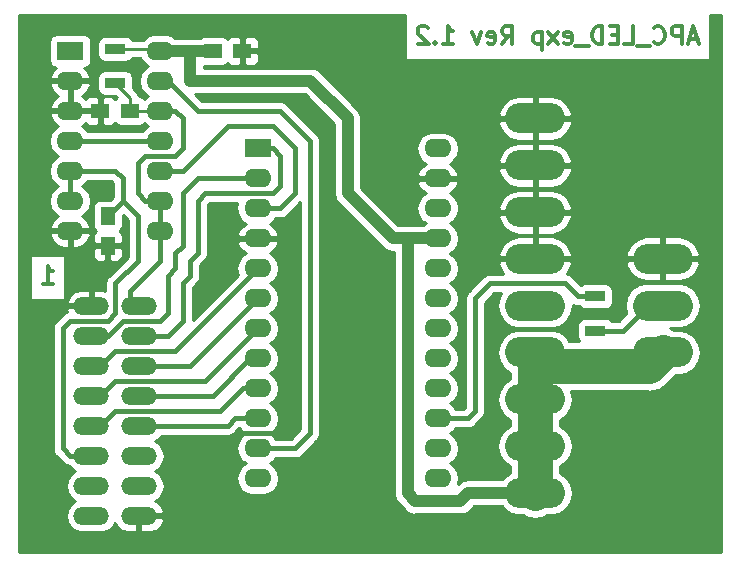
<source format=gbr>
G04 #@! TF.GenerationSoftware,KiCad,Pcbnew,5.0.2-bee76a0~70~ubuntu18.04.1*
G04 #@! TF.CreationDate,2019-03-09T18:28:00+01:00*
G04 #@! TF.ProjectId,APC_LED_exp,4150435f-4c45-4445-9f65-78702e6b6963,rev?*
G04 #@! TF.SameCoordinates,Original*
G04 #@! TF.FileFunction,Copper,L2,Bot*
G04 #@! TF.FilePolarity,Positive*
%FSLAX46Y46*%
G04 Gerber Fmt 4.6, Leading zero omitted, Abs format (unit mm)*
G04 Created by KiCad (PCBNEW 5.0.2-bee76a0~70~ubuntu18.04.1) date Sa 09 Mär 2019 18:28:00 CET*
%MOMM*%
%LPD*%
G01*
G04 APERTURE LIST*
G04 #@! TA.AperFunction,NonConductor*
%ADD10C,0.300000*%
G04 #@! TD*
G04 #@! TA.AperFunction,ComponentPad*
%ADD11O,5.080000X2.540000*%
G04 #@! TD*
G04 #@! TA.AperFunction,ComponentPad*
%ADD12O,3.014980X1.506220*%
G04 #@! TD*
G04 #@! TA.AperFunction,SMDPad,CuDef*
%ADD13R,1.700000X0.900000*%
G04 #@! TD*
G04 #@! TA.AperFunction,ComponentPad*
%ADD14R,2.286000X1.574800*%
G04 #@! TD*
G04 #@! TA.AperFunction,ComponentPad*
%ADD15O,2.286000X1.574800*%
G04 #@! TD*
G04 #@! TA.AperFunction,SMDPad,CuDef*
%ADD16R,1.500000X1.250000*%
G04 #@! TD*
G04 #@! TA.AperFunction,SMDPad,CuDef*
%ADD17R,1.250000X1.500000*%
G04 #@! TD*
G04 #@! TA.AperFunction,Conductor*
%ADD18C,0.406400*%
G04 #@! TD*
G04 #@! TA.AperFunction,Conductor*
%ADD19C,1.000000*%
G04 #@! TD*
G04 #@! TA.AperFunction,Conductor*
%ADD20C,3.000000*%
G04 #@! TD*
G04 #@! TA.AperFunction,Conductor*
%ADD21C,0.250000*%
G04 #@! TD*
G04 #@! TA.AperFunction,Conductor*
%ADD22C,0.254000*%
G04 #@! TD*
G04 APERTURE END LIST*
D10*
X104981428Y-92753571D02*
X105838571Y-92753571D01*
X105410000Y-92753571D02*
X105410000Y-91253571D01*
X105552857Y-91467857D01*
X105695714Y-91610714D01*
X105838571Y-91682142D01*
X160447142Y-72005000D02*
X159732857Y-72005000D01*
X160590000Y-72433571D02*
X160090000Y-70933571D01*
X159590000Y-72433571D01*
X159090000Y-72433571D02*
X159090000Y-70933571D01*
X158518571Y-70933571D01*
X158375714Y-71005000D01*
X158304285Y-71076428D01*
X158232857Y-71219285D01*
X158232857Y-71433571D01*
X158304285Y-71576428D01*
X158375714Y-71647857D01*
X158518571Y-71719285D01*
X159090000Y-71719285D01*
X156732857Y-72290714D02*
X156804285Y-72362142D01*
X157018571Y-72433571D01*
X157161428Y-72433571D01*
X157375714Y-72362142D01*
X157518571Y-72219285D01*
X157590000Y-72076428D01*
X157661428Y-71790714D01*
X157661428Y-71576428D01*
X157590000Y-71290714D01*
X157518571Y-71147857D01*
X157375714Y-71005000D01*
X157161428Y-70933571D01*
X157018571Y-70933571D01*
X156804285Y-71005000D01*
X156732857Y-71076428D01*
X156447142Y-72576428D02*
X155304285Y-72576428D01*
X154232857Y-72433571D02*
X154947142Y-72433571D01*
X154947142Y-70933571D01*
X153732857Y-71647857D02*
X153232857Y-71647857D01*
X153018571Y-72433571D02*
X153732857Y-72433571D01*
X153732857Y-70933571D01*
X153018571Y-70933571D01*
X152375714Y-72433571D02*
X152375714Y-70933571D01*
X152018571Y-70933571D01*
X151804285Y-71005000D01*
X151661428Y-71147857D01*
X151590000Y-71290714D01*
X151518571Y-71576428D01*
X151518571Y-71790714D01*
X151590000Y-72076428D01*
X151661428Y-72219285D01*
X151804285Y-72362142D01*
X152018571Y-72433571D01*
X152375714Y-72433571D01*
X151232857Y-72576428D02*
X150090000Y-72576428D01*
X149161428Y-72362142D02*
X149304285Y-72433571D01*
X149590000Y-72433571D01*
X149732857Y-72362142D01*
X149804285Y-72219285D01*
X149804285Y-71647857D01*
X149732857Y-71505000D01*
X149590000Y-71433571D01*
X149304285Y-71433571D01*
X149161428Y-71505000D01*
X149090000Y-71647857D01*
X149090000Y-71790714D01*
X149804285Y-71933571D01*
X148590000Y-72433571D02*
X147804285Y-71433571D01*
X148590000Y-71433571D02*
X147804285Y-72433571D01*
X147232857Y-71433571D02*
X147232857Y-72933571D01*
X147232857Y-71505000D02*
X147090000Y-71433571D01*
X146804285Y-71433571D01*
X146661428Y-71505000D01*
X146590000Y-71576428D01*
X146518571Y-71719285D01*
X146518571Y-72147857D01*
X146590000Y-72290714D01*
X146661428Y-72362142D01*
X146804285Y-72433571D01*
X147090000Y-72433571D01*
X147232857Y-72362142D01*
X143875714Y-72433571D02*
X144375714Y-71719285D01*
X144732857Y-72433571D02*
X144732857Y-70933571D01*
X144161428Y-70933571D01*
X144018571Y-71005000D01*
X143947142Y-71076428D01*
X143875714Y-71219285D01*
X143875714Y-71433571D01*
X143947142Y-71576428D01*
X144018571Y-71647857D01*
X144161428Y-71719285D01*
X144732857Y-71719285D01*
X142661428Y-72362142D02*
X142804285Y-72433571D01*
X143090000Y-72433571D01*
X143232857Y-72362142D01*
X143304285Y-72219285D01*
X143304285Y-71647857D01*
X143232857Y-71505000D01*
X143090000Y-71433571D01*
X142804285Y-71433571D01*
X142661428Y-71505000D01*
X142590000Y-71647857D01*
X142590000Y-71790714D01*
X143304285Y-71933571D01*
X142090000Y-71433571D02*
X141732857Y-72433571D01*
X141375714Y-71433571D01*
X138875714Y-72433571D02*
X139732857Y-72433571D01*
X139304285Y-72433571D02*
X139304285Y-70933571D01*
X139447142Y-71147857D01*
X139590000Y-71290714D01*
X139732857Y-71362142D01*
X138232857Y-72290714D02*
X138161428Y-72362142D01*
X138232857Y-72433571D01*
X138304285Y-72362142D01*
X138232857Y-72290714D01*
X138232857Y-72433571D01*
X137590000Y-71076428D02*
X137518571Y-71005000D01*
X137375714Y-70933571D01*
X137018571Y-70933571D01*
X136875714Y-71005000D01*
X136804285Y-71076428D01*
X136732857Y-71219285D01*
X136732857Y-71362142D01*
X136804285Y-71576428D01*
X137661428Y-72433571D01*
X136732857Y-72433571D01*
D11*
G04 #@! TO.P,K1,3*
G04 #@! TO.N,GND*
X157480000Y-90627200D03*
G04 #@! TO.P,K1,2*
G04 #@! TO.N,Net-(K1-Pad2)*
X157480000Y-94589600D03*
G04 #@! TO.P,K1,1*
G04 #@! TO.N,+5V*
X157480000Y-98552000D03*
G04 #@! TD*
G04 #@! TO.P,P1,3*
G04 #@! TO.N,GND*
X146685000Y-86664800D03*
G04 #@! TO.P,P1,2*
X146685000Y-82702400D03*
G04 #@! TO.P,P1,1*
X146685000Y-78740000D03*
G04 #@! TO.P,P1,4*
X146685000Y-90627200D03*
G04 #@! TO.P,P1,5*
G04 #@! TO.N,Net-(P1-Pad5)*
X146685000Y-94589600D03*
G04 #@! TO.P,P1,6*
G04 #@! TO.N,+5V*
X146685000Y-98552000D03*
G04 #@! TO.P,P1,7*
X146685000Y-102514400D03*
G04 #@! TO.P,P1,8*
X146685000Y-106476800D03*
G04 #@! TO.P,P1,9*
X146685000Y-110439200D03*
G04 #@! TD*
D12*
G04 #@! TO.P,P2,15*
G04 #@! TO.N,Net-(P2-Pad15)*
X109105000Y-112395000D03*
G04 #@! TO.P,P2,16*
G04 #@! TO.N,GND*
X113145000Y-112395000D03*
G04 #@! TO.P,P2,14*
G04 #@! TO.N,Net-(P2-Pad14)*
X113145000Y-109855000D03*
G04 #@! TO.P,P2,13*
G04 #@! TO.N,Net-(P2-Pad13)*
X109105000Y-109855000D03*
G04 #@! TO.P,P2,1*
G04 #@! TO.N,GND*
X109105000Y-94615000D03*
G04 #@! TO.P,P2,2*
G04 #@! TO.N,Net-(C3-Pad1)*
X113145000Y-94615000D03*
G04 #@! TO.P,P2,3*
G04 #@! TO.N,/D0*
X109105000Y-97155000D03*
G04 #@! TO.P,P2,4*
G04 #@! TO.N,/D1*
X113145000Y-97155000D03*
G04 #@! TO.P,P2,5*
G04 #@! TO.N,/D2*
X109105000Y-99695000D03*
G04 #@! TO.P,P2,6*
G04 #@! TO.N,/D3*
X113145000Y-99695000D03*
G04 #@! TO.P,P2,7*
G04 #@! TO.N,/D4*
X109105000Y-102235000D03*
G04 #@! TO.P,P2,8*
G04 #@! TO.N,/D5*
X113145000Y-102235000D03*
G04 #@! TO.P,P2,9*
G04 #@! TO.N,/D6*
X109105000Y-104775000D03*
G04 #@! TO.P,P2,10*
G04 #@! TO.N,/D7*
X113145000Y-104775000D03*
G04 #@! TO.P,P2,11*
G04 #@! TO.N,Net-(C2-Pad1)*
X109105000Y-107315000D03*
G04 #@! TO.P,P2,12*
G04 #@! TO.N,Net-(P2-Pad12)*
X113145000Y-107315000D03*
G04 #@! TO.P,P2,13*
G04 #@! TO.N,Net-(P2-Pad13)*
X109105000Y-109855000D03*
G04 #@! TO.P,P2,14*
G04 #@! TO.N,Net-(P2-Pad14)*
X113145000Y-109855000D03*
G04 #@! TD*
D13*
G04 #@! TO.P,R1,1*
G04 #@! TO.N,Net-(K1-Pad2)*
X151765000Y-96700000D03*
G04 #@! TO.P,R1,2*
G04 #@! TO.N,Net-(R1-Pad2)*
X151765000Y-93800000D03*
G04 #@! TD*
D14*
G04 #@! TO.P,U2,1*
G04 #@! TO.N,Net-(U2-Pad1)*
X107315000Y-73025000D03*
D15*
G04 #@! TO.P,U2,2*
G04 #@! TO.N,GND*
X107315000Y-75565000D03*
G04 #@! TO.P,U2,3*
X107315000Y-78105000D03*
G04 #@! TO.P,U2,4*
G04 #@! TO.N,Net-(U2-Pad11)*
X107315000Y-80645000D03*
G04 #@! TO.P,U2,5*
G04 #@! TO.N,Net-(C2-Pad1)*
X107315000Y-83185000D03*
G04 #@! TO.P,U2,6*
X107315000Y-85725000D03*
G04 #@! TO.P,U2,7*
G04 #@! TO.N,GND*
X107315000Y-88265000D03*
G04 #@! TO.P,U2,8*
G04 #@! TO.N,Net-(C3-Pad1)*
X114935000Y-88265000D03*
G04 #@! TO.P,U2,9*
X114935000Y-85725000D03*
G04 #@! TO.P,U2,10*
G04 #@! TO.N,Net-(U1-Pad22)*
X114935000Y-83185000D03*
G04 #@! TO.P,U2,11*
G04 #@! TO.N,Net-(U2-Pad11)*
X114935000Y-80645000D03*
G04 #@! TO.P,U2,12*
G04 #@! TO.N,Net-(C3-Pad1)*
X114935000Y-78105000D03*
G04 #@! TO.P,U2,13*
G04 #@! TO.N,Net-(U1-Pad11)*
X114935000Y-75565000D03*
G04 #@! TO.P,U2,14*
G04 #@! TO.N,+5V*
X114935000Y-73025000D03*
G04 #@! TD*
D16*
G04 #@! TO.P,C1,1*
G04 #@! TO.N,+5V*
X119400000Y-73025000D03*
G04 #@! TO.P,C1,2*
G04 #@! TO.N,GND*
X121900000Y-73025000D03*
G04 #@! TD*
D14*
G04 #@! TO.P,U1,1*
G04 #@! TO.N,/D1*
X123190000Y-81280000D03*
D15*
G04 #@! TO.P,U1,2*
G04 #@! TO.N,/D0*
X123190000Y-83820000D03*
G04 #@! TO.P,U1,3*
G04 #@! TO.N,Net-(U1-Pad22)*
X123190000Y-86360000D03*
G04 #@! TO.P,U1,4*
G04 #@! TO.N,GND*
X123190000Y-88900000D03*
G04 #@! TO.P,U1,5*
G04 #@! TO.N,/D2*
X123190000Y-91440000D03*
G04 #@! TO.P,U1,6*
G04 #@! TO.N,/D3*
X123190000Y-93980000D03*
G04 #@! TO.P,U1,7*
G04 #@! TO.N,/D4*
X123190000Y-96520000D03*
G04 #@! TO.P,U1,8*
G04 #@! TO.N,/D5*
X123190000Y-99060000D03*
G04 #@! TO.P,U1,9*
G04 #@! TO.N,/D6*
X123190000Y-101600000D03*
G04 #@! TO.P,U1,10*
G04 #@! TO.N,/D7*
X123190000Y-104140000D03*
G04 #@! TO.P,U1,11*
G04 #@! TO.N,Net-(U1-Pad11)*
X123190000Y-106680000D03*
G04 #@! TO.P,U1,12*
G04 #@! TO.N,Net-(U1-Pad12)*
X123190000Y-109220000D03*
G04 #@! TO.P,U1,13*
G04 #@! TO.N,Net-(U1-Pad13)*
X138430000Y-109220000D03*
G04 #@! TO.P,U1,14*
G04 #@! TO.N,Net-(U1-Pad14)*
X138430000Y-106680000D03*
G04 #@! TO.P,U1,15*
G04 #@! TO.N,Net-(R1-Pad2)*
X138430000Y-104140000D03*
G04 #@! TO.P,U1,16*
G04 #@! TO.N,Net-(U1-Pad16)*
X138430000Y-101600000D03*
G04 #@! TO.P,U1,17*
G04 #@! TO.N,Net-(U1-Pad17)*
X138430000Y-99060000D03*
G04 #@! TO.P,U1,18*
G04 #@! TO.N,Net-(U1-Pad18)*
X138430000Y-96520000D03*
G04 #@! TO.P,U1,19*
G04 #@! TO.N,Net-(U1-Pad19)*
X138430000Y-93980000D03*
G04 #@! TO.P,U1,20*
G04 #@! TO.N,Net-(U1-Pad20)*
X138430000Y-91440000D03*
G04 #@! TO.P,U1,21*
G04 #@! TO.N,+5V*
X138430000Y-88900000D03*
G04 #@! TO.P,U1,22*
G04 #@! TO.N,Net-(U1-Pad22)*
X138430000Y-86360000D03*
G04 #@! TO.P,U1,23*
G04 #@! TO.N,GND*
X138430000Y-83820000D03*
G04 #@! TO.P,U1,24*
G04 #@! TO.N,Net-(U1-Pad24)*
X138430000Y-81280000D03*
G04 #@! TD*
D17*
G04 #@! TO.P,C2,1*
G04 #@! TO.N,Net-(C2-Pad1)*
X110490000Y-87015000D03*
G04 #@! TO.P,C2,2*
G04 #@! TO.N,GND*
X110490000Y-89515000D03*
G04 #@! TD*
D13*
G04 #@! TO.P,R2,1*
G04 #@! TO.N,+5V*
X111125000Y-72845000D03*
G04 #@! TO.P,R2,2*
G04 #@! TO.N,Net-(C3-Pad1)*
X111125000Y-75745000D03*
G04 #@! TD*
D16*
G04 #@! TO.P,C3,1*
G04 #@! TO.N,Net-(C3-Pad1)*
X112375000Y-78105000D03*
G04 #@! TO.P,C3,2*
G04 #@! TO.N,GND*
X109875000Y-78105000D03*
G04 #@! TD*
D18*
G04 #@! TO.N,GND*
X112395000Y-112395000D02*
X118110000Y-112395000D01*
X121920000Y-105410000D02*
X125730000Y-105410000D01*
X120015000Y-107315000D02*
X121920000Y-105410000D01*
X120015000Y-110490000D02*
X120015000Y-107315000D01*
X118110000Y-112395000D02*
X120015000Y-110490000D01*
G04 #@! TO.N,Net-(K1-Pad2)*
X157480000Y-94589600D02*
X156235400Y-94589600D01*
X156235400Y-94589600D02*
X154125000Y-96700000D01*
X154125000Y-96700000D02*
X151765000Y-96700000D01*
X151585000Y-96520000D02*
X151765000Y-96700000D01*
D19*
G04 #@! TO.N,+5V*
X146685000Y-110439200D02*
X141020800Y-110439200D01*
X135890000Y-110490000D02*
X135890000Y-88900000D01*
X136525000Y-111125000D02*
X135890000Y-110490000D01*
X140335000Y-111125000D02*
X136525000Y-111125000D01*
X141020800Y-110439200D02*
X140335000Y-111125000D01*
X130810000Y-78740000D02*
X130810000Y-85090000D01*
X135890000Y-88900000D02*
X134620000Y-88900000D01*
X130810000Y-85090000D02*
X134620000Y-88900000D01*
X117475000Y-73025000D02*
X117475000Y-75565000D01*
X127635000Y-75565000D02*
X117475000Y-75565000D01*
X130810000Y-78740000D02*
X127635000Y-75565000D01*
X138430000Y-88900000D02*
X135890000Y-88900000D01*
X119400000Y-73025000D02*
X117475000Y-73025000D01*
X117475000Y-73025000D02*
X114935000Y-73025000D01*
D20*
X146685000Y-102514400D02*
X146685000Y-99695000D01*
X146685000Y-99695000D02*
X154940000Y-99695000D01*
X154940000Y-99695000D02*
X156337000Y-99695000D01*
X156337000Y-99695000D02*
X157480000Y-98552000D01*
X146685000Y-106476800D02*
X146685000Y-110439200D01*
X146685000Y-102514400D02*
X146685000Y-106476800D01*
D21*
X111125000Y-72845000D02*
X114755000Y-72845000D01*
X114755000Y-72845000D02*
X114935000Y-73025000D01*
D18*
G04 #@! TO.N,/D0*
X114935000Y-95885000D02*
X115570000Y-95250000D01*
X123190000Y-83820000D02*
X118110000Y-83820000D01*
X116840000Y-85090000D02*
X118110000Y-83820000D01*
X111760000Y-95885000D02*
X114935000Y-95885000D01*
X111760000Y-95885000D02*
X110490000Y-97155000D01*
X116840000Y-89535000D02*
X116840000Y-85090000D01*
X116205000Y-90170000D02*
X116840000Y-89535000D01*
X116205000Y-91440000D02*
X116205000Y-90170000D01*
X115570000Y-92075000D02*
X116205000Y-91440000D01*
X115570000Y-95250000D02*
X115570000Y-92075000D01*
X109855000Y-97155000D02*
X110490000Y-97155000D01*
G04 #@! TO.N,/D1*
X112395000Y-97155000D02*
X115570000Y-97155000D01*
X118110000Y-85725000D02*
X118745000Y-85090000D01*
X118745000Y-85090000D02*
X124460000Y-85090000D01*
X124460000Y-85090000D02*
X125095000Y-84455000D01*
X125095000Y-84455000D02*
X125095000Y-81915000D01*
X125095000Y-81915000D02*
X124460000Y-81280000D01*
X124460000Y-81280000D02*
X123190000Y-81280000D01*
X118110000Y-90170000D02*
X118110000Y-85725000D01*
X117475000Y-90805000D02*
X118110000Y-90170000D01*
X117475000Y-92075000D02*
X117475000Y-90805000D01*
X116840000Y-92710000D02*
X117475000Y-92075000D01*
X116840000Y-95885000D02*
X116840000Y-92710000D01*
X115570000Y-97155000D02*
X116840000Y-95885000D01*
X112395000Y-97155000D02*
X114300000Y-97155000D01*
G04 #@! TO.N,/D2*
X109855000Y-99695000D02*
X111125000Y-98425000D01*
X116205000Y-98425000D02*
X123190000Y-91440000D01*
X111125000Y-98425000D02*
X116205000Y-98425000D01*
G04 #@! TO.N,/D3*
X112395000Y-99695000D02*
X117475000Y-99695000D01*
X117475000Y-99695000D02*
X123190000Y-93980000D01*
G04 #@! TO.N,/D4*
X109855000Y-102235000D02*
X111125000Y-100965000D01*
X118745000Y-100965000D02*
X123190000Y-96520000D01*
X111125000Y-100965000D02*
X118745000Y-100965000D01*
G04 #@! TO.N,/D5*
X112395000Y-102235000D02*
X119380000Y-102235000D01*
X119380000Y-102235000D02*
X122555000Y-99060000D01*
X122555000Y-99060000D02*
X123190000Y-99060000D01*
G04 #@! TO.N,/D6*
X109855000Y-104775000D02*
X111125000Y-103505000D01*
X121920000Y-101600000D02*
X123190000Y-101600000D01*
X120015000Y-103505000D02*
X121920000Y-101600000D01*
X111125000Y-103505000D02*
X120015000Y-103505000D01*
G04 #@! TO.N,/D7*
X112395000Y-104775000D02*
X120650000Y-104775000D01*
X121285000Y-104140000D02*
X123190000Y-104140000D01*
X120650000Y-104775000D02*
X121285000Y-104140000D01*
G04 #@! TO.N,Net-(R1-Pad2)*
X151765000Y-93800000D02*
X150315000Y-93800000D01*
X140970000Y-104140000D02*
X138430000Y-104140000D01*
X141605000Y-103505000D02*
X140970000Y-104140000D01*
X141605000Y-93980000D02*
X141605000Y-103505000D01*
X142875000Y-92710000D02*
X141605000Y-93980000D01*
X149225000Y-92710000D02*
X142875000Y-92710000D01*
X150315000Y-93800000D02*
X149225000Y-92710000D01*
G04 #@! TO.N,Net-(U1-Pad11)*
X125095000Y-78105000D02*
X118745000Y-78105000D01*
X118745000Y-78105000D02*
X118110000Y-78105000D01*
X118110000Y-78105000D02*
X115570000Y-75565000D01*
X123190000Y-106680000D02*
X126365000Y-106680000D01*
X127635000Y-105410000D02*
X126365000Y-106680000D01*
X127635000Y-80645000D02*
X127635000Y-105410000D01*
X125095000Y-78105000D02*
X127635000Y-80645000D01*
D21*
X115570000Y-75565000D02*
X114935000Y-75565000D01*
D18*
G04 #@! TO.N,Net-(U1-Pad22)*
X123190000Y-86360000D02*
X125095000Y-86360000D01*
X125095000Y-86360000D02*
X126365000Y-85090000D01*
X126365000Y-85090000D02*
X126365000Y-81280000D01*
X126365000Y-81280000D02*
X124460000Y-79375000D01*
X124460000Y-79375000D02*
X120650000Y-79375000D01*
X120650000Y-79375000D02*
X116840000Y-83185000D01*
X116840000Y-83185000D02*
X114935000Y-83185000D01*
G04 #@! TO.N,Net-(U2-Pad11)*
X107315000Y-80645000D02*
X114935000Y-80645000D01*
G04 #@! TO.N,Net-(C2-Pad1)*
X111125000Y-95250000D02*
X111125000Y-92710000D01*
X110490000Y-95885000D02*
X111125000Y-95250000D01*
X107315000Y-95885000D02*
X110490000Y-95885000D01*
X106680000Y-96520000D02*
X107315000Y-95885000D01*
X106680000Y-106680000D02*
X106680000Y-96520000D01*
X107315000Y-107315000D02*
X106680000Y-106680000D01*
X109855000Y-107315000D02*
X107315000Y-107315000D01*
X111125000Y-83185000D02*
X107315000Y-83185000D01*
X111760000Y-83820000D02*
X111125000Y-83185000D01*
X111760000Y-85725000D02*
X111760000Y-83820000D01*
X113030000Y-86995000D02*
X111760000Y-85725000D01*
X113030000Y-90805000D02*
X113030000Y-86995000D01*
X111125000Y-92710000D02*
X113030000Y-90805000D01*
X107315000Y-85725000D02*
X107315000Y-83185000D01*
X110490000Y-87015000D02*
X110490000Y-86995000D01*
X110490000Y-86995000D02*
X111760000Y-85725000D01*
G04 #@! TO.N,Net-(C3-Pad1)*
X112395000Y-94615000D02*
X112395000Y-93345000D01*
X112395000Y-93345000D02*
X114935000Y-90805000D01*
X114935000Y-90805000D02*
X114935000Y-88265000D01*
X114935000Y-85725000D02*
X113665000Y-85725000D01*
X113665000Y-85725000D02*
X113030000Y-85090000D01*
X113030000Y-85090000D02*
X113030000Y-82550000D01*
X113030000Y-82550000D02*
X113665000Y-81915000D01*
X113665000Y-81915000D02*
X116205000Y-81915000D01*
X116205000Y-81915000D02*
X116840000Y-81280000D01*
X116840000Y-81280000D02*
X116840000Y-78740000D01*
X116840000Y-78740000D02*
X116205000Y-78105000D01*
X116205000Y-78105000D02*
X114935000Y-78105000D01*
X114935000Y-88265000D02*
X114935000Y-85725000D01*
D21*
X114935000Y-78105000D02*
X112375000Y-78105000D01*
X112375000Y-78105000D02*
X112375000Y-76995000D01*
X112375000Y-76995000D02*
X111125000Y-75745000D01*
G04 #@! TD*
D22*
G04 #@! TO.N,GND*
G36*
X135662143Y-73785000D02*
X161517857Y-73785000D01*
X161517857Y-69977000D01*
X162433000Y-69977000D01*
X162433000Y-115443000D01*
X102997000Y-115443000D01*
X102997000Y-94273326D01*
X107005217Y-94273326D01*
X107127838Y-94488000D01*
X108978000Y-94488000D01*
X108978000Y-93226890D01*
X108223620Y-93226890D01*
X107702081Y-93381154D01*
X107279276Y-93723260D01*
X107019573Y-94201125D01*
X107005217Y-94273326D01*
X102997000Y-94273326D01*
X102997000Y-90285000D01*
X103910715Y-90285000D01*
X103910715Y-94105000D01*
X106909286Y-94105000D01*
X106909286Y-90285000D01*
X103910715Y-90285000D01*
X102997000Y-90285000D01*
X102997000Y-89800750D01*
X109230000Y-89800750D01*
X109230000Y-90391309D01*
X109326673Y-90624698D01*
X109505301Y-90803327D01*
X109738690Y-90900000D01*
X110204250Y-90900000D01*
X110363000Y-90741250D01*
X110363000Y-89642000D01*
X110617000Y-89642000D01*
X110617000Y-90741250D01*
X110775750Y-90900000D01*
X111241310Y-90900000D01*
X111474699Y-90803327D01*
X111653327Y-90624698D01*
X111750000Y-90391309D01*
X111750000Y-89800750D01*
X111591250Y-89642000D01*
X110617000Y-89642000D01*
X110363000Y-89642000D01*
X109388750Y-89642000D01*
X109230000Y-89800750D01*
X102997000Y-89800750D01*
X102997000Y-88612060D01*
X105579990Y-88612060D01*
X105596673Y-88691996D01*
X105863809Y-89180986D01*
X106297738Y-89530525D01*
X106832400Y-89687400D01*
X107188000Y-89687400D01*
X107188000Y-88392000D01*
X107442000Y-88392000D01*
X107442000Y-89687400D01*
X107797600Y-89687400D01*
X108332262Y-89530525D01*
X108766191Y-89180986D01*
X109033327Y-88691996D01*
X109050010Y-88612060D01*
X108927852Y-88392000D01*
X107442000Y-88392000D01*
X107188000Y-88392000D01*
X105702148Y-88392000D01*
X105579990Y-88612060D01*
X102997000Y-88612060D01*
X102997000Y-80645000D01*
X105509134Y-80645000D01*
X105619529Y-81199993D01*
X105933907Y-81670493D01*
X106299838Y-81915000D01*
X105933907Y-82159507D01*
X105619529Y-82630007D01*
X105509134Y-83185000D01*
X105619529Y-83739993D01*
X105933907Y-84210493D01*
X106299838Y-84455000D01*
X105933907Y-84699507D01*
X105619529Y-85170007D01*
X105509134Y-85725000D01*
X105619529Y-86279993D01*
X105933907Y-86750493D01*
X106303851Y-86997681D01*
X106297738Y-86999475D01*
X105863809Y-87349014D01*
X105596673Y-87838004D01*
X105579990Y-87917940D01*
X105702148Y-88138000D01*
X107188000Y-88138000D01*
X107188000Y-88118000D01*
X107442000Y-88118000D01*
X107442000Y-88138000D01*
X108927852Y-88138000D01*
X109050010Y-87917940D01*
X109033327Y-87838004D01*
X108766191Y-87349014D01*
X108332262Y-86999475D01*
X108326149Y-86997681D01*
X108696093Y-86750493D01*
X109010471Y-86279993D01*
X109120866Y-85725000D01*
X109010471Y-85170007D01*
X108696093Y-84699507D01*
X108330162Y-84455000D01*
X108696093Y-84210493D01*
X108821238Y-84023200D01*
X110777807Y-84023200D01*
X110921801Y-84167194D01*
X110921800Y-85377806D01*
X110682046Y-85617560D01*
X109865000Y-85617560D01*
X109617235Y-85666843D01*
X109407191Y-85807191D01*
X109266843Y-86017235D01*
X109217560Y-86265000D01*
X109217560Y-87765000D01*
X109266843Y-88012765D01*
X109407191Y-88222809D01*
X109468320Y-88263654D01*
X109326673Y-88405302D01*
X109230000Y-88638691D01*
X109230000Y-89229250D01*
X109388750Y-89388000D01*
X110363000Y-89388000D01*
X110363000Y-89368000D01*
X110617000Y-89368000D01*
X110617000Y-89388000D01*
X111591250Y-89388000D01*
X111750000Y-89229250D01*
X111750000Y-88638691D01*
X111653327Y-88405302D01*
X111511680Y-88263654D01*
X111572809Y-88222809D01*
X111713157Y-88012765D01*
X111762440Y-87765000D01*
X111762440Y-86912833D01*
X112191801Y-87342195D01*
X112191800Y-90457806D01*
X110590677Y-92058930D01*
X110520693Y-92105692D01*
X110473931Y-92175676D01*
X110473929Y-92175678D01*
X110335434Y-92382951D01*
X110270380Y-92710000D01*
X110286801Y-92792554D01*
X110286801Y-93315750D01*
X109986380Y-93226890D01*
X109232000Y-93226890D01*
X109232000Y-94488000D01*
X109252000Y-94488000D01*
X109252000Y-94742000D01*
X109232000Y-94742000D01*
X109232000Y-94762000D01*
X108978000Y-94762000D01*
X108978000Y-94742000D01*
X107127838Y-94742000D01*
X107005217Y-94956674D01*
X107019573Y-95028875D01*
X107049131Y-95083264D01*
X107042907Y-95084502D01*
X106987950Y-95095433D01*
X106780677Y-95233929D01*
X106780676Y-95233930D01*
X106710692Y-95280692D01*
X106663930Y-95350676D01*
X106145676Y-95868931D01*
X106075693Y-95915692D01*
X106028931Y-95985676D01*
X106028929Y-95985678D01*
X105890434Y-96192951D01*
X105825380Y-96520000D01*
X105841801Y-96602554D01*
X105841800Y-106597451D01*
X105825380Y-106680000D01*
X105841800Y-106762549D01*
X105841800Y-106762553D01*
X105890433Y-107007048D01*
X106075692Y-107284308D01*
X106145678Y-107331071D01*
X106663930Y-107849324D01*
X106710692Y-107919308D01*
X106780676Y-107966070D01*
X106780677Y-107966071D01*
X106987950Y-108104567D01*
X107042907Y-108115498D01*
X107232446Y-108153200D01*
X107232449Y-108153200D01*
X107242567Y-108155213D01*
X107349849Y-108315771D01*
X107752779Y-108585000D01*
X107349849Y-108854229D01*
X107043050Y-109313387D01*
X106935316Y-109855000D01*
X107043050Y-110396613D01*
X107349849Y-110855771D01*
X107752779Y-111125000D01*
X107349849Y-111394229D01*
X107043050Y-111853387D01*
X106935316Y-112395000D01*
X107043050Y-112936613D01*
X107349849Y-113395771D01*
X107809007Y-113702570D01*
X108213907Y-113783110D01*
X109996093Y-113783110D01*
X110400993Y-113702570D01*
X110860151Y-113395771D01*
X111146019Y-112967939D01*
X111319276Y-113286740D01*
X111742081Y-113628846D01*
X112263620Y-113783110D01*
X113018000Y-113783110D01*
X113018000Y-112522000D01*
X113272000Y-112522000D01*
X113272000Y-113783110D01*
X114026380Y-113783110D01*
X114547919Y-113628846D01*
X114970724Y-113286740D01*
X115230427Y-112808875D01*
X115244783Y-112736674D01*
X115122162Y-112522000D01*
X113272000Y-112522000D01*
X113018000Y-112522000D01*
X112998000Y-112522000D01*
X112998000Y-112268000D01*
X113018000Y-112268000D01*
X113018000Y-112248000D01*
X113272000Y-112248000D01*
X113272000Y-112268000D01*
X115122162Y-112268000D01*
X115244783Y-112053326D01*
X115230427Y-111981125D01*
X114970724Y-111503260D01*
X114547919Y-111161154D01*
X114475272Y-111139666D01*
X114900151Y-110855771D01*
X115206950Y-110396613D01*
X115314684Y-109855000D01*
X115206950Y-109313387D01*
X114900151Y-108854229D01*
X114497221Y-108585000D01*
X114900151Y-108315771D01*
X115206950Y-107856613D01*
X115314684Y-107315000D01*
X115206950Y-106773387D01*
X114900151Y-106314229D01*
X114497221Y-106045000D01*
X114900151Y-105775771D01*
X115008777Y-105613200D01*
X120567451Y-105613200D01*
X120650000Y-105629620D01*
X120732549Y-105613200D01*
X120732554Y-105613200D01*
X120977049Y-105564567D01*
X121254308Y-105379308D01*
X121301071Y-105309322D01*
X121632194Y-104978200D01*
X121683762Y-104978200D01*
X121808907Y-105165493D01*
X122174838Y-105410000D01*
X121808907Y-105654507D01*
X121494529Y-106125007D01*
X121384134Y-106680000D01*
X121494529Y-107234993D01*
X121808907Y-107705493D01*
X122174838Y-107950000D01*
X121808907Y-108194507D01*
X121494529Y-108665007D01*
X121384134Y-109220000D01*
X121494529Y-109774993D01*
X121808907Y-110245493D01*
X122279407Y-110559871D01*
X122694308Y-110642400D01*
X123685692Y-110642400D01*
X124100593Y-110559871D01*
X124571093Y-110245493D01*
X124885471Y-109774993D01*
X124995866Y-109220000D01*
X124885471Y-108665007D01*
X124571093Y-108194507D01*
X124205162Y-107950000D01*
X124571093Y-107705493D01*
X124696238Y-107518200D01*
X126282451Y-107518200D01*
X126365000Y-107534620D01*
X126447549Y-107518200D01*
X126447554Y-107518200D01*
X126692049Y-107469567D01*
X126969308Y-107284308D01*
X127016072Y-107214321D01*
X128169324Y-106061070D01*
X128239308Y-106014308D01*
X128424567Y-105737049D01*
X128473200Y-105492554D01*
X128473200Y-105492550D01*
X128489620Y-105410001D01*
X128473200Y-105327452D01*
X128473200Y-80727548D01*
X128489620Y-80644999D01*
X128473200Y-80562450D01*
X128473200Y-80562446D01*
X128424567Y-80317951D01*
X128239308Y-80040692D01*
X128169325Y-79993931D01*
X125746072Y-77570679D01*
X125699308Y-77500692D01*
X125422049Y-77315433D01*
X125177554Y-77266800D01*
X125177549Y-77266800D01*
X125095000Y-77250380D01*
X125012451Y-77266800D01*
X118457194Y-77266800D01*
X117890394Y-76700000D01*
X127164869Y-76700000D01*
X129675000Y-79210132D01*
X129675001Y-84978212D01*
X129652765Y-85090000D01*
X129740854Y-85532854D01*
X129740855Y-85532855D01*
X129991712Y-85908289D01*
X130086480Y-85971611D01*
X133738389Y-89623521D01*
X133801711Y-89718289D01*
X134016865Y-89862050D01*
X134177145Y-89969146D01*
X134620000Y-90057235D01*
X134731783Y-90035000D01*
X134755001Y-90035000D01*
X134755000Y-110378217D01*
X134732765Y-110490000D01*
X134755000Y-110601782D01*
X134820854Y-110932854D01*
X135071711Y-111308289D01*
X135166482Y-111371613D01*
X135643387Y-111848518D01*
X135706711Y-111943289D01*
X136082145Y-112194146D01*
X136525000Y-112282235D01*
X136636783Y-112260000D01*
X140223217Y-112260000D01*
X140335000Y-112282235D01*
X140446783Y-112260000D01*
X140777855Y-112194146D01*
X141153289Y-111943289D01*
X141216613Y-111848518D01*
X141490931Y-111574200D01*
X143882259Y-111574200D01*
X144041572Y-111812628D01*
X144671706Y-112233671D01*
X145227374Y-112344200D01*
X145693136Y-112344200D01*
X145851965Y-112450326D01*
X146685000Y-112616027D01*
X147518036Y-112450326D01*
X147676865Y-112344200D01*
X148142626Y-112344200D01*
X148698294Y-112233671D01*
X149328428Y-111812628D01*
X149749471Y-111182494D01*
X149897321Y-110439200D01*
X149749471Y-109695906D01*
X149328428Y-109065772D01*
X148820000Y-108726051D01*
X148820000Y-108189949D01*
X149328428Y-107850228D01*
X149749471Y-107220094D01*
X149897321Y-106476800D01*
X149749471Y-105733506D01*
X149328428Y-105103372D01*
X148820000Y-104763651D01*
X148820000Y-104227549D01*
X149328428Y-103887828D01*
X149749471Y-103257694D01*
X149897321Y-102514400D01*
X149761186Y-101830000D01*
X156126725Y-101830000D01*
X156337000Y-101871826D01*
X156547275Y-101830000D01*
X156547279Y-101830000D01*
X157170036Y-101706126D01*
X157876249Y-101234249D01*
X157995364Y-101055981D01*
X158594345Y-100457000D01*
X158937626Y-100457000D01*
X159493294Y-100346471D01*
X160123428Y-99925428D01*
X160544471Y-99295294D01*
X160692321Y-98552000D01*
X160544471Y-97808706D01*
X160123428Y-97178572D01*
X159493294Y-96757529D01*
X158937626Y-96647000D01*
X158471864Y-96647000D01*
X158313035Y-96540874D01*
X158080398Y-96494600D01*
X158937626Y-96494600D01*
X159493294Y-96384071D01*
X160123428Y-95963028D01*
X160544471Y-95332894D01*
X160692321Y-94589600D01*
X160544471Y-93846306D01*
X160123428Y-93216172D01*
X159493294Y-92795129D01*
X158937626Y-92684600D01*
X156022374Y-92684600D01*
X155466706Y-92795129D01*
X154836572Y-93216172D01*
X154415529Y-93846306D01*
X154267679Y-94589600D01*
X154397475Y-95242131D01*
X153777807Y-95861800D01*
X153119321Y-95861800D01*
X153072809Y-95792191D01*
X152862765Y-95651843D01*
X152615000Y-95602560D01*
X150915000Y-95602560D01*
X150667235Y-95651843D01*
X150457191Y-95792191D01*
X150316843Y-96002235D01*
X150267560Y-96250000D01*
X150267560Y-97150000D01*
X150316843Y-97397765D01*
X150425246Y-97560000D01*
X149583291Y-97560000D01*
X149328428Y-97178572D01*
X148698294Y-96757529D01*
X148142626Y-96647000D01*
X145227374Y-96647000D01*
X144671706Y-96757529D01*
X144041572Y-97178572D01*
X143620529Y-97808706D01*
X143472679Y-98552000D01*
X143620529Y-99295294D01*
X144041572Y-99925428D01*
X144550000Y-100265149D01*
X144550000Y-100801251D01*
X144041572Y-101140972D01*
X143620529Y-101771106D01*
X143472679Y-102514400D01*
X143620529Y-103257694D01*
X144041572Y-103887828D01*
X144550000Y-104227550D01*
X144550001Y-104763650D01*
X144041572Y-105103372D01*
X143620529Y-105733506D01*
X143472679Y-106476800D01*
X143620529Y-107220094D01*
X144041572Y-107850228D01*
X144550000Y-108189950D01*
X144550001Y-108726050D01*
X144041572Y-109065772D01*
X143882259Y-109304200D01*
X141132583Y-109304200D01*
X141020800Y-109281965D01*
X140765410Y-109332765D01*
X140577945Y-109370054D01*
X140202511Y-109620911D01*
X140139187Y-109715682D01*
X140136792Y-109718077D01*
X140235866Y-109220000D01*
X140125471Y-108665007D01*
X139811093Y-108194507D01*
X139445162Y-107950000D01*
X139811093Y-107705493D01*
X140125471Y-107234993D01*
X140235866Y-106680000D01*
X140125471Y-106125007D01*
X139811093Y-105654507D01*
X139445162Y-105410000D01*
X139811093Y-105165493D01*
X139936238Y-104978200D01*
X140887451Y-104978200D01*
X140970000Y-104994620D01*
X141052549Y-104978200D01*
X141052554Y-104978200D01*
X141297049Y-104929567D01*
X141574308Y-104744308D01*
X141621071Y-104674322D01*
X142139324Y-104156070D01*
X142209308Y-104109308D01*
X142292079Y-103985433D01*
X142394567Y-103832050D01*
X142436127Y-103623110D01*
X142443200Y-103587554D01*
X142443200Y-103587551D01*
X142459620Y-103505000D01*
X142443200Y-103422450D01*
X142443200Y-94327193D01*
X143222194Y-93548200D01*
X143819717Y-93548200D01*
X143620529Y-93846306D01*
X143472679Y-94589600D01*
X143620529Y-95332894D01*
X144041572Y-95963028D01*
X144671706Y-96384071D01*
X145227374Y-96494600D01*
X148142626Y-96494600D01*
X148698294Y-96384071D01*
X149328428Y-95963028D01*
X149749471Y-95332894D01*
X149897321Y-94589600D01*
X149883422Y-94519722D01*
X149987951Y-94589567D01*
X150232446Y-94638200D01*
X150232451Y-94638200D01*
X150315000Y-94654620D01*
X150397549Y-94638200D01*
X150410679Y-94638200D01*
X150457191Y-94707809D01*
X150667235Y-94848157D01*
X150915000Y-94897440D01*
X152615000Y-94897440D01*
X152862765Y-94848157D01*
X153072809Y-94707809D01*
X153213157Y-94497765D01*
X153262440Y-94250000D01*
X153262440Y-93350000D01*
X153213157Y-93102235D01*
X153072809Y-92892191D01*
X152862765Y-92751843D01*
X152615000Y-92702560D01*
X150915000Y-92702560D01*
X150667235Y-92751843D01*
X150538353Y-92837960D01*
X149876071Y-92175678D01*
X149829308Y-92105692D01*
X149552049Y-91920433D01*
X149387575Y-91887717D01*
X149391841Y-91884436D01*
X149763591Y-91238879D01*
X149812493Y-91049981D01*
X154352507Y-91049981D01*
X154401409Y-91238879D01*
X154773159Y-91884436D01*
X155363655Y-92338590D01*
X156083000Y-92532200D01*
X157353000Y-92532200D01*
X157353000Y-90754200D01*
X157607000Y-90754200D01*
X157607000Y-92532200D01*
X158877000Y-92532200D01*
X159596345Y-92338590D01*
X160186841Y-91884436D01*
X160558591Y-91238879D01*
X160607493Y-91049981D01*
X160491626Y-90754200D01*
X157607000Y-90754200D01*
X157353000Y-90754200D01*
X154468374Y-90754200D01*
X154352507Y-91049981D01*
X149812493Y-91049981D01*
X149696626Y-90754200D01*
X146812000Y-90754200D01*
X146812000Y-90774200D01*
X146558000Y-90774200D01*
X146558000Y-90754200D01*
X143673374Y-90754200D01*
X143557507Y-91049981D01*
X143606409Y-91238879D01*
X143970882Y-91871800D01*
X142957548Y-91871800D01*
X142874999Y-91855380D01*
X142792450Y-91871800D01*
X142792446Y-91871800D01*
X142547951Y-91920433D01*
X142547949Y-91920434D01*
X142547950Y-91920434D01*
X142340677Y-92058929D01*
X142340676Y-92058930D01*
X142270692Y-92105692D01*
X142223930Y-92175676D01*
X141070679Y-93328928D01*
X141000692Y-93375692D01*
X140815433Y-93652952D01*
X140766800Y-93897447D01*
X140766800Y-93897451D01*
X140750380Y-93980000D01*
X140766800Y-94062549D01*
X140766801Y-103157805D01*
X140622807Y-103301800D01*
X139936238Y-103301800D01*
X139811093Y-103114507D01*
X139445162Y-102870000D01*
X139811093Y-102625493D01*
X140125471Y-102154993D01*
X140235866Y-101600000D01*
X140125471Y-101045007D01*
X139811093Y-100574507D01*
X139445162Y-100330000D01*
X139811093Y-100085493D01*
X140125471Y-99614993D01*
X140235866Y-99060000D01*
X140125471Y-98505007D01*
X139811093Y-98034507D01*
X139445162Y-97790000D01*
X139811093Y-97545493D01*
X140125471Y-97074993D01*
X140235866Y-96520000D01*
X140125471Y-95965007D01*
X139811093Y-95494507D01*
X139445162Y-95250000D01*
X139811093Y-95005493D01*
X140125471Y-94534993D01*
X140235866Y-93980000D01*
X140125471Y-93425007D01*
X139811093Y-92954507D01*
X139445162Y-92710000D01*
X139811093Y-92465493D01*
X140125471Y-91994993D01*
X140235866Y-91440000D01*
X140125471Y-90885007D01*
X139811093Y-90414507D01*
X139496674Y-90204419D01*
X143557507Y-90204419D01*
X143673374Y-90500200D01*
X146558000Y-90500200D01*
X146558000Y-88722200D01*
X146812000Y-88722200D01*
X146812000Y-90500200D01*
X149696626Y-90500200D01*
X149812493Y-90204419D01*
X154352507Y-90204419D01*
X154468374Y-90500200D01*
X157353000Y-90500200D01*
X157353000Y-88722200D01*
X157607000Y-88722200D01*
X157607000Y-90500200D01*
X160491626Y-90500200D01*
X160607493Y-90204419D01*
X160558591Y-90015521D01*
X160186841Y-89369964D01*
X159596345Y-88915810D01*
X158877000Y-88722200D01*
X157607000Y-88722200D01*
X157353000Y-88722200D01*
X156083000Y-88722200D01*
X155363655Y-88915810D01*
X154773159Y-89369964D01*
X154401409Y-90015521D01*
X154352507Y-90204419D01*
X149812493Y-90204419D01*
X149763591Y-90015521D01*
X149391841Y-89369964D01*
X148801345Y-88915810D01*
X148082000Y-88722200D01*
X146812000Y-88722200D01*
X146558000Y-88722200D01*
X145288000Y-88722200D01*
X144568655Y-88915810D01*
X143978159Y-89369964D01*
X143606409Y-90015521D01*
X143557507Y-90204419D01*
X139496674Y-90204419D01*
X139445162Y-90170000D01*
X139811093Y-89925493D01*
X140125471Y-89454993D01*
X140235866Y-88900000D01*
X140125471Y-88345007D01*
X139811093Y-87874507D01*
X139445162Y-87630000D01*
X139811093Y-87385493D01*
X140010151Y-87087581D01*
X143557507Y-87087581D01*
X143606409Y-87276479D01*
X143978159Y-87922036D01*
X144568655Y-88376190D01*
X145288000Y-88569800D01*
X146558000Y-88569800D01*
X146558000Y-86791800D01*
X146812000Y-86791800D01*
X146812000Y-88569800D01*
X148082000Y-88569800D01*
X148801345Y-88376190D01*
X149391841Y-87922036D01*
X149763591Y-87276479D01*
X149812493Y-87087581D01*
X149696626Y-86791800D01*
X146812000Y-86791800D01*
X146558000Y-86791800D01*
X143673374Y-86791800D01*
X143557507Y-87087581D01*
X140010151Y-87087581D01*
X140125471Y-86914993D01*
X140235866Y-86360000D01*
X140212399Y-86242019D01*
X143557507Y-86242019D01*
X143673374Y-86537800D01*
X146558000Y-86537800D01*
X146558000Y-84759800D01*
X146812000Y-84759800D01*
X146812000Y-86537800D01*
X149696626Y-86537800D01*
X149812493Y-86242019D01*
X149763591Y-86053121D01*
X149391841Y-85407564D01*
X148801345Y-84953410D01*
X148082000Y-84759800D01*
X146812000Y-84759800D01*
X146558000Y-84759800D01*
X145288000Y-84759800D01*
X144568655Y-84953410D01*
X143978159Y-85407564D01*
X143606409Y-86053121D01*
X143557507Y-86242019D01*
X140212399Y-86242019D01*
X140125471Y-85805007D01*
X139811093Y-85334507D01*
X139441149Y-85087319D01*
X139447262Y-85085525D01*
X139881191Y-84735986D01*
X140148327Y-84246996D01*
X140165010Y-84167060D01*
X140042852Y-83947000D01*
X138557000Y-83947000D01*
X138557000Y-83967000D01*
X138303000Y-83967000D01*
X138303000Y-83947000D01*
X136817148Y-83947000D01*
X136694990Y-84167060D01*
X136711673Y-84246996D01*
X136978809Y-84735986D01*
X137412738Y-85085525D01*
X137418851Y-85087319D01*
X137048907Y-85334507D01*
X136734529Y-85805007D01*
X136624134Y-86360000D01*
X136734529Y-86914993D01*
X137048907Y-87385493D01*
X137414838Y-87630000D01*
X137212796Y-87765000D01*
X136001783Y-87765000D01*
X135890000Y-87742765D01*
X135778217Y-87765000D01*
X135090132Y-87765000D01*
X131945000Y-84619869D01*
X131945000Y-81280000D01*
X136624134Y-81280000D01*
X136734529Y-81834993D01*
X137048907Y-82305493D01*
X137418851Y-82552681D01*
X137412738Y-82554475D01*
X136978809Y-82904014D01*
X136711673Y-83393004D01*
X136694990Y-83472940D01*
X136817148Y-83693000D01*
X138303000Y-83693000D01*
X138303000Y-83673000D01*
X138557000Y-83673000D01*
X138557000Y-83693000D01*
X140042852Y-83693000D01*
X140165010Y-83472940D01*
X140148327Y-83393004D01*
X140002015Y-83125181D01*
X143557507Y-83125181D01*
X143606409Y-83314079D01*
X143978159Y-83959636D01*
X144568655Y-84413790D01*
X145288000Y-84607400D01*
X146558000Y-84607400D01*
X146558000Y-82829400D01*
X146812000Y-82829400D01*
X146812000Y-84607400D01*
X148082000Y-84607400D01*
X148801345Y-84413790D01*
X149391841Y-83959636D01*
X149763591Y-83314079D01*
X149812493Y-83125181D01*
X149696626Y-82829400D01*
X146812000Y-82829400D01*
X146558000Y-82829400D01*
X143673374Y-82829400D01*
X143557507Y-83125181D01*
X140002015Y-83125181D01*
X139881191Y-82904014D01*
X139447262Y-82554475D01*
X139441149Y-82552681D01*
X139811093Y-82305493D01*
X139828381Y-82279619D01*
X143557507Y-82279619D01*
X143673374Y-82575400D01*
X146558000Y-82575400D01*
X146558000Y-80797400D01*
X146812000Y-80797400D01*
X146812000Y-82575400D01*
X149696626Y-82575400D01*
X149812493Y-82279619D01*
X149763591Y-82090721D01*
X149391841Y-81445164D01*
X148801345Y-80991010D01*
X148082000Y-80797400D01*
X146812000Y-80797400D01*
X146558000Y-80797400D01*
X145288000Y-80797400D01*
X144568655Y-80991010D01*
X143978159Y-81445164D01*
X143606409Y-82090721D01*
X143557507Y-82279619D01*
X139828381Y-82279619D01*
X140125471Y-81834993D01*
X140235866Y-81280000D01*
X140125471Y-80725007D01*
X139811093Y-80254507D01*
X139340593Y-79940129D01*
X138925692Y-79857600D01*
X137934308Y-79857600D01*
X137519407Y-79940129D01*
X137048907Y-80254507D01*
X136734529Y-80725007D01*
X136624134Y-81280000D01*
X131945000Y-81280000D01*
X131945000Y-79162781D01*
X143557507Y-79162781D01*
X143606409Y-79351679D01*
X143978159Y-79997236D01*
X144568655Y-80451390D01*
X145288000Y-80645000D01*
X146558000Y-80645000D01*
X146558000Y-78867000D01*
X146812000Y-78867000D01*
X146812000Y-80645000D01*
X148082000Y-80645000D01*
X148801345Y-80451390D01*
X149391841Y-79997236D01*
X149763591Y-79351679D01*
X149812493Y-79162781D01*
X149696626Y-78867000D01*
X146812000Y-78867000D01*
X146558000Y-78867000D01*
X143673374Y-78867000D01*
X143557507Y-79162781D01*
X131945000Y-79162781D01*
X131945000Y-78851782D01*
X131967235Y-78739999D01*
X131883139Y-78317219D01*
X143557507Y-78317219D01*
X143673374Y-78613000D01*
X146558000Y-78613000D01*
X146558000Y-76835000D01*
X146812000Y-76835000D01*
X146812000Y-78613000D01*
X149696626Y-78613000D01*
X149812493Y-78317219D01*
X149763591Y-78128321D01*
X149391841Y-77482764D01*
X148801345Y-77028610D01*
X148082000Y-76835000D01*
X146812000Y-76835000D01*
X146558000Y-76835000D01*
X145288000Y-76835000D01*
X144568655Y-77028610D01*
X143978159Y-77482764D01*
X143606409Y-78128321D01*
X143557507Y-78317219D01*
X131883139Y-78317219D01*
X131879146Y-78297145D01*
X131800773Y-78179852D01*
X131628289Y-77921711D01*
X131533521Y-77858390D01*
X128516613Y-74841482D01*
X128453289Y-74746711D01*
X128077855Y-74495854D01*
X127746783Y-74430000D01*
X127635000Y-74407765D01*
X127523217Y-74430000D01*
X118610000Y-74430000D01*
X118610000Y-74289484D01*
X118650000Y-74297440D01*
X120150000Y-74297440D01*
X120397765Y-74248157D01*
X120607809Y-74107809D01*
X120648654Y-74046680D01*
X120790302Y-74188327D01*
X121023691Y-74285000D01*
X121614250Y-74285000D01*
X121773000Y-74126250D01*
X121773000Y-73152000D01*
X122027000Y-73152000D01*
X122027000Y-74126250D01*
X122185750Y-74285000D01*
X122776309Y-74285000D01*
X123009698Y-74188327D01*
X123188327Y-74009699D01*
X123285000Y-73776310D01*
X123285000Y-73310750D01*
X123126250Y-73152000D01*
X122027000Y-73152000D01*
X121773000Y-73152000D01*
X121753000Y-73152000D01*
X121753000Y-72898000D01*
X121773000Y-72898000D01*
X121773000Y-71923750D01*
X122027000Y-71923750D01*
X122027000Y-72898000D01*
X123126250Y-72898000D01*
X123285000Y-72739250D01*
X123285000Y-72273690D01*
X123188327Y-72040301D01*
X123009698Y-71861673D01*
X122776309Y-71765000D01*
X122185750Y-71765000D01*
X122027000Y-71923750D01*
X121773000Y-71923750D01*
X121614250Y-71765000D01*
X121023691Y-71765000D01*
X120790302Y-71861673D01*
X120648654Y-72003320D01*
X120607809Y-71942191D01*
X120397765Y-71801843D01*
X120150000Y-71752560D01*
X118650000Y-71752560D01*
X118402235Y-71801843D01*
X118270300Y-71890000D01*
X117586783Y-71890000D01*
X117475000Y-71867765D01*
X117363217Y-71890000D01*
X116152204Y-71890000D01*
X115845593Y-71685129D01*
X115430692Y-71602600D01*
X114439308Y-71602600D01*
X114024407Y-71685129D01*
X113553907Y-71999507D01*
X113496782Y-72085000D01*
X112531573Y-72085000D01*
X112432809Y-71937191D01*
X112222765Y-71796843D01*
X111975000Y-71747560D01*
X110275000Y-71747560D01*
X110027235Y-71796843D01*
X109817191Y-71937191D01*
X109676843Y-72147235D01*
X109627560Y-72395000D01*
X109627560Y-73295000D01*
X109676843Y-73542765D01*
X109817191Y-73752809D01*
X110027235Y-73893157D01*
X110275000Y-73942440D01*
X111975000Y-73942440D01*
X112222765Y-73893157D01*
X112432809Y-73752809D01*
X112531573Y-73605000D01*
X113256238Y-73605000D01*
X113553907Y-74050493D01*
X113919838Y-74295000D01*
X113553907Y-74539507D01*
X113239529Y-75010007D01*
X113129134Y-75565000D01*
X113239529Y-76119993D01*
X113553907Y-76590493D01*
X113919838Y-76835000D01*
X113600365Y-77048465D01*
X113582809Y-77022191D01*
X113372765Y-76881843D01*
X113125000Y-76832560D01*
X113117578Y-76832560D01*
X113090904Y-76698463D01*
X112922929Y-76447071D01*
X112859473Y-76404671D01*
X112622440Y-76167638D01*
X112622440Y-75295000D01*
X112573157Y-75047235D01*
X112432809Y-74837191D01*
X112222765Y-74696843D01*
X111975000Y-74647560D01*
X110275000Y-74647560D01*
X110027235Y-74696843D01*
X109817191Y-74837191D01*
X109676843Y-75047235D01*
X109627560Y-75295000D01*
X109627560Y-76195000D01*
X109676843Y-76442765D01*
X109817191Y-76652809D01*
X110027235Y-76793157D01*
X110275000Y-76842440D01*
X111147639Y-76842440D01*
X111263223Y-76958024D01*
X111167191Y-77022191D01*
X111126346Y-77083320D01*
X110984698Y-76941673D01*
X110751309Y-76845000D01*
X110160750Y-76845000D01*
X110002000Y-77003750D01*
X110002000Y-77978000D01*
X110022000Y-77978000D01*
X110022000Y-78232000D01*
X110002000Y-78232000D01*
X110002000Y-79206250D01*
X110160750Y-79365000D01*
X110751309Y-79365000D01*
X110984698Y-79268327D01*
X111126346Y-79126680D01*
X111167191Y-79187809D01*
X111377235Y-79328157D01*
X111625000Y-79377440D01*
X113125000Y-79377440D01*
X113372765Y-79328157D01*
X113582809Y-79187809D01*
X113600365Y-79161535D01*
X113919838Y-79375000D01*
X113553907Y-79619507D01*
X113428762Y-79806800D01*
X108821238Y-79806800D01*
X108696093Y-79619507D01*
X108326149Y-79372319D01*
X108332262Y-79370525D01*
X108628707Y-79131732D01*
X108765302Y-79268327D01*
X108998691Y-79365000D01*
X109589250Y-79365000D01*
X109748000Y-79206250D01*
X109748000Y-78232000D01*
X107442000Y-78232000D01*
X107442000Y-78252000D01*
X107188000Y-78252000D01*
X107188000Y-78232000D01*
X105702148Y-78232000D01*
X105579990Y-78452060D01*
X105596673Y-78531996D01*
X105863809Y-79020986D01*
X106297738Y-79370525D01*
X106303851Y-79372319D01*
X105933907Y-79619507D01*
X105619529Y-80090007D01*
X105509134Y-80645000D01*
X102997000Y-80645000D01*
X102997000Y-75912060D01*
X105579990Y-75912060D01*
X105596673Y-75991996D01*
X105863809Y-76480986D01*
X106297738Y-76830525D01*
X106312990Y-76835000D01*
X106297738Y-76839475D01*
X105863809Y-77189014D01*
X105596673Y-77678004D01*
X105579990Y-77757940D01*
X105702148Y-77978000D01*
X107188000Y-77978000D01*
X107188000Y-75692000D01*
X107442000Y-75692000D01*
X107442000Y-77978000D01*
X109748000Y-77978000D01*
X109748000Y-77003750D01*
X109589250Y-76845000D01*
X108998691Y-76845000D01*
X108765302Y-76941673D01*
X108628707Y-77078268D01*
X108332262Y-76839475D01*
X108317010Y-76835000D01*
X108332262Y-76830525D01*
X108766191Y-76480986D01*
X109033327Y-75991996D01*
X109050010Y-75912060D01*
X108927852Y-75692000D01*
X107442000Y-75692000D01*
X107188000Y-75692000D01*
X105702148Y-75692000D01*
X105579990Y-75912060D01*
X102997000Y-75912060D01*
X102997000Y-72237600D01*
X105524560Y-72237600D01*
X105524560Y-73812400D01*
X105573843Y-74060165D01*
X105714191Y-74270209D01*
X105924235Y-74410557D01*
X106113180Y-74448140D01*
X105863809Y-74649014D01*
X105596673Y-75138004D01*
X105579990Y-75217940D01*
X105702148Y-75438000D01*
X107188000Y-75438000D01*
X107188000Y-75418000D01*
X107442000Y-75418000D01*
X107442000Y-75438000D01*
X108927852Y-75438000D01*
X109050010Y-75217940D01*
X109033327Y-75138004D01*
X108766191Y-74649014D01*
X108516820Y-74448140D01*
X108705765Y-74410557D01*
X108915809Y-74270209D01*
X109056157Y-74060165D01*
X109105440Y-73812400D01*
X109105440Y-72237600D01*
X109056157Y-71989835D01*
X108915809Y-71779791D01*
X108705765Y-71639443D01*
X108458000Y-71590160D01*
X106172000Y-71590160D01*
X105924235Y-71639443D01*
X105714191Y-71779791D01*
X105573843Y-71989835D01*
X105524560Y-72237600D01*
X102997000Y-72237600D01*
X102997000Y-69977000D01*
X135662143Y-69977000D01*
X135662143Y-73785000D01*
X135662143Y-73785000D01*
G37*
X135662143Y-73785000D02*
X161517857Y-73785000D01*
X161517857Y-69977000D01*
X162433000Y-69977000D01*
X162433000Y-115443000D01*
X102997000Y-115443000D01*
X102997000Y-94273326D01*
X107005217Y-94273326D01*
X107127838Y-94488000D01*
X108978000Y-94488000D01*
X108978000Y-93226890D01*
X108223620Y-93226890D01*
X107702081Y-93381154D01*
X107279276Y-93723260D01*
X107019573Y-94201125D01*
X107005217Y-94273326D01*
X102997000Y-94273326D01*
X102997000Y-90285000D01*
X103910715Y-90285000D01*
X103910715Y-94105000D01*
X106909286Y-94105000D01*
X106909286Y-90285000D01*
X103910715Y-90285000D01*
X102997000Y-90285000D01*
X102997000Y-89800750D01*
X109230000Y-89800750D01*
X109230000Y-90391309D01*
X109326673Y-90624698D01*
X109505301Y-90803327D01*
X109738690Y-90900000D01*
X110204250Y-90900000D01*
X110363000Y-90741250D01*
X110363000Y-89642000D01*
X110617000Y-89642000D01*
X110617000Y-90741250D01*
X110775750Y-90900000D01*
X111241310Y-90900000D01*
X111474699Y-90803327D01*
X111653327Y-90624698D01*
X111750000Y-90391309D01*
X111750000Y-89800750D01*
X111591250Y-89642000D01*
X110617000Y-89642000D01*
X110363000Y-89642000D01*
X109388750Y-89642000D01*
X109230000Y-89800750D01*
X102997000Y-89800750D01*
X102997000Y-88612060D01*
X105579990Y-88612060D01*
X105596673Y-88691996D01*
X105863809Y-89180986D01*
X106297738Y-89530525D01*
X106832400Y-89687400D01*
X107188000Y-89687400D01*
X107188000Y-88392000D01*
X107442000Y-88392000D01*
X107442000Y-89687400D01*
X107797600Y-89687400D01*
X108332262Y-89530525D01*
X108766191Y-89180986D01*
X109033327Y-88691996D01*
X109050010Y-88612060D01*
X108927852Y-88392000D01*
X107442000Y-88392000D01*
X107188000Y-88392000D01*
X105702148Y-88392000D01*
X105579990Y-88612060D01*
X102997000Y-88612060D01*
X102997000Y-80645000D01*
X105509134Y-80645000D01*
X105619529Y-81199993D01*
X105933907Y-81670493D01*
X106299838Y-81915000D01*
X105933907Y-82159507D01*
X105619529Y-82630007D01*
X105509134Y-83185000D01*
X105619529Y-83739993D01*
X105933907Y-84210493D01*
X106299838Y-84455000D01*
X105933907Y-84699507D01*
X105619529Y-85170007D01*
X105509134Y-85725000D01*
X105619529Y-86279993D01*
X105933907Y-86750493D01*
X106303851Y-86997681D01*
X106297738Y-86999475D01*
X105863809Y-87349014D01*
X105596673Y-87838004D01*
X105579990Y-87917940D01*
X105702148Y-88138000D01*
X107188000Y-88138000D01*
X107188000Y-88118000D01*
X107442000Y-88118000D01*
X107442000Y-88138000D01*
X108927852Y-88138000D01*
X109050010Y-87917940D01*
X109033327Y-87838004D01*
X108766191Y-87349014D01*
X108332262Y-86999475D01*
X108326149Y-86997681D01*
X108696093Y-86750493D01*
X109010471Y-86279993D01*
X109120866Y-85725000D01*
X109010471Y-85170007D01*
X108696093Y-84699507D01*
X108330162Y-84455000D01*
X108696093Y-84210493D01*
X108821238Y-84023200D01*
X110777807Y-84023200D01*
X110921801Y-84167194D01*
X110921800Y-85377806D01*
X110682046Y-85617560D01*
X109865000Y-85617560D01*
X109617235Y-85666843D01*
X109407191Y-85807191D01*
X109266843Y-86017235D01*
X109217560Y-86265000D01*
X109217560Y-87765000D01*
X109266843Y-88012765D01*
X109407191Y-88222809D01*
X109468320Y-88263654D01*
X109326673Y-88405302D01*
X109230000Y-88638691D01*
X109230000Y-89229250D01*
X109388750Y-89388000D01*
X110363000Y-89388000D01*
X110363000Y-89368000D01*
X110617000Y-89368000D01*
X110617000Y-89388000D01*
X111591250Y-89388000D01*
X111750000Y-89229250D01*
X111750000Y-88638691D01*
X111653327Y-88405302D01*
X111511680Y-88263654D01*
X111572809Y-88222809D01*
X111713157Y-88012765D01*
X111762440Y-87765000D01*
X111762440Y-86912833D01*
X112191801Y-87342195D01*
X112191800Y-90457806D01*
X110590677Y-92058930D01*
X110520693Y-92105692D01*
X110473931Y-92175676D01*
X110473929Y-92175678D01*
X110335434Y-92382951D01*
X110270380Y-92710000D01*
X110286801Y-92792554D01*
X110286801Y-93315750D01*
X109986380Y-93226890D01*
X109232000Y-93226890D01*
X109232000Y-94488000D01*
X109252000Y-94488000D01*
X109252000Y-94742000D01*
X109232000Y-94742000D01*
X109232000Y-94762000D01*
X108978000Y-94762000D01*
X108978000Y-94742000D01*
X107127838Y-94742000D01*
X107005217Y-94956674D01*
X107019573Y-95028875D01*
X107049131Y-95083264D01*
X107042907Y-95084502D01*
X106987950Y-95095433D01*
X106780677Y-95233929D01*
X106780676Y-95233930D01*
X106710692Y-95280692D01*
X106663930Y-95350676D01*
X106145676Y-95868931D01*
X106075693Y-95915692D01*
X106028931Y-95985676D01*
X106028929Y-95985678D01*
X105890434Y-96192951D01*
X105825380Y-96520000D01*
X105841801Y-96602554D01*
X105841800Y-106597451D01*
X105825380Y-106680000D01*
X105841800Y-106762549D01*
X105841800Y-106762553D01*
X105890433Y-107007048D01*
X106075692Y-107284308D01*
X106145678Y-107331071D01*
X106663930Y-107849324D01*
X106710692Y-107919308D01*
X106780676Y-107966070D01*
X106780677Y-107966071D01*
X106987950Y-108104567D01*
X107042907Y-108115498D01*
X107232446Y-108153200D01*
X107232449Y-108153200D01*
X107242567Y-108155213D01*
X107349849Y-108315771D01*
X107752779Y-108585000D01*
X107349849Y-108854229D01*
X107043050Y-109313387D01*
X106935316Y-109855000D01*
X107043050Y-110396613D01*
X107349849Y-110855771D01*
X107752779Y-111125000D01*
X107349849Y-111394229D01*
X107043050Y-111853387D01*
X106935316Y-112395000D01*
X107043050Y-112936613D01*
X107349849Y-113395771D01*
X107809007Y-113702570D01*
X108213907Y-113783110D01*
X109996093Y-113783110D01*
X110400993Y-113702570D01*
X110860151Y-113395771D01*
X111146019Y-112967939D01*
X111319276Y-113286740D01*
X111742081Y-113628846D01*
X112263620Y-113783110D01*
X113018000Y-113783110D01*
X113018000Y-112522000D01*
X113272000Y-112522000D01*
X113272000Y-113783110D01*
X114026380Y-113783110D01*
X114547919Y-113628846D01*
X114970724Y-113286740D01*
X115230427Y-112808875D01*
X115244783Y-112736674D01*
X115122162Y-112522000D01*
X113272000Y-112522000D01*
X113018000Y-112522000D01*
X112998000Y-112522000D01*
X112998000Y-112268000D01*
X113018000Y-112268000D01*
X113018000Y-112248000D01*
X113272000Y-112248000D01*
X113272000Y-112268000D01*
X115122162Y-112268000D01*
X115244783Y-112053326D01*
X115230427Y-111981125D01*
X114970724Y-111503260D01*
X114547919Y-111161154D01*
X114475272Y-111139666D01*
X114900151Y-110855771D01*
X115206950Y-110396613D01*
X115314684Y-109855000D01*
X115206950Y-109313387D01*
X114900151Y-108854229D01*
X114497221Y-108585000D01*
X114900151Y-108315771D01*
X115206950Y-107856613D01*
X115314684Y-107315000D01*
X115206950Y-106773387D01*
X114900151Y-106314229D01*
X114497221Y-106045000D01*
X114900151Y-105775771D01*
X115008777Y-105613200D01*
X120567451Y-105613200D01*
X120650000Y-105629620D01*
X120732549Y-105613200D01*
X120732554Y-105613200D01*
X120977049Y-105564567D01*
X121254308Y-105379308D01*
X121301071Y-105309322D01*
X121632194Y-104978200D01*
X121683762Y-104978200D01*
X121808907Y-105165493D01*
X122174838Y-105410000D01*
X121808907Y-105654507D01*
X121494529Y-106125007D01*
X121384134Y-106680000D01*
X121494529Y-107234993D01*
X121808907Y-107705493D01*
X122174838Y-107950000D01*
X121808907Y-108194507D01*
X121494529Y-108665007D01*
X121384134Y-109220000D01*
X121494529Y-109774993D01*
X121808907Y-110245493D01*
X122279407Y-110559871D01*
X122694308Y-110642400D01*
X123685692Y-110642400D01*
X124100593Y-110559871D01*
X124571093Y-110245493D01*
X124885471Y-109774993D01*
X124995866Y-109220000D01*
X124885471Y-108665007D01*
X124571093Y-108194507D01*
X124205162Y-107950000D01*
X124571093Y-107705493D01*
X124696238Y-107518200D01*
X126282451Y-107518200D01*
X126365000Y-107534620D01*
X126447549Y-107518200D01*
X126447554Y-107518200D01*
X126692049Y-107469567D01*
X126969308Y-107284308D01*
X127016072Y-107214321D01*
X128169324Y-106061070D01*
X128239308Y-106014308D01*
X128424567Y-105737049D01*
X128473200Y-105492554D01*
X128473200Y-105492550D01*
X128489620Y-105410001D01*
X128473200Y-105327452D01*
X128473200Y-80727548D01*
X128489620Y-80644999D01*
X128473200Y-80562450D01*
X128473200Y-80562446D01*
X128424567Y-80317951D01*
X128239308Y-80040692D01*
X128169325Y-79993931D01*
X125746072Y-77570679D01*
X125699308Y-77500692D01*
X125422049Y-77315433D01*
X125177554Y-77266800D01*
X125177549Y-77266800D01*
X125095000Y-77250380D01*
X125012451Y-77266800D01*
X118457194Y-77266800D01*
X117890394Y-76700000D01*
X127164869Y-76700000D01*
X129675000Y-79210132D01*
X129675001Y-84978212D01*
X129652765Y-85090000D01*
X129740854Y-85532854D01*
X129740855Y-85532855D01*
X129991712Y-85908289D01*
X130086480Y-85971611D01*
X133738389Y-89623521D01*
X133801711Y-89718289D01*
X134016865Y-89862050D01*
X134177145Y-89969146D01*
X134620000Y-90057235D01*
X134731783Y-90035000D01*
X134755001Y-90035000D01*
X134755000Y-110378217D01*
X134732765Y-110490000D01*
X134755000Y-110601782D01*
X134820854Y-110932854D01*
X135071711Y-111308289D01*
X135166482Y-111371613D01*
X135643387Y-111848518D01*
X135706711Y-111943289D01*
X136082145Y-112194146D01*
X136525000Y-112282235D01*
X136636783Y-112260000D01*
X140223217Y-112260000D01*
X140335000Y-112282235D01*
X140446783Y-112260000D01*
X140777855Y-112194146D01*
X141153289Y-111943289D01*
X141216613Y-111848518D01*
X141490931Y-111574200D01*
X143882259Y-111574200D01*
X144041572Y-111812628D01*
X144671706Y-112233671D01*
X145227374Y-112344200D01*
X145693136Y-112344200D01*
X145851965Y-112450326D01*
X146685000Y-112616027D01*
X147518036Y-112450326D01*
X147676865Y-112344200D01*
X148142626Y-112344200D01*
X148698294Y-112233671D01*
X149328428Y-111812628D01*
X149749471Y-111182494D01*
X149897321Y-110439200D01*
X149749471Y-109695906D01*
X149328428Y-109065772D01*
X148820000Y-108726051D01*
X148820000Y-108189949D01*
X149328428Y-107850228D01*
X149749471Y-107220094D01*
X149897321Y-106476800D01*
X149749471Y-105733506D01*
X149328428Y-105103372D01*
X148820000Y-104763651D01*
X148820000Y-104227549D01*
X149328428Y-103887828D01*
X149749471Y-103257694D01*
X149897321Y-102514400D01*
X149761186Y-101830000D01*
X156126725Y-101830000D01*
X156337000Y-101871826D01*
X156547275Y-101830000D01*
X156547279Y-101830000D01*
X157170036Y-101706126D01*
X157876249Y-101234249D01*
X157995364Y-101055981D01*
X158594345Y-100457000D01*
X158937626Y-100457000D01*
X159493294Y-100346471D01*
X160123428Y-99925428D01*
X160544471Y-99295294D01*
X160692321Y-98552000D01*
X160544471Y-97808706D01*
X160123428Y-97178572D01*
X159493294Y-96757529D01*
X158937626Y-96647000D01*
X158471864Y-96647000D01*
X158313035Y-96540874D01*
X158080398Y-96494600D01*
X158937626Y-96494600D01*
X159493294Y-96384071D01*
X160123428Y-95963028D01*
X160544471Y-95332894D01*
X160692321Y-94589600D01*
X160544471Y-93846306D01*
X160123428Y-93216172D01*
X159493294Y-92795129D01*
X158937626Y-92684600D01*
X156022374Y-92684600D01*
X155466706Y-92795129D01*
X154836572Y-93216172D01*
X154415529Y-93846306D01*
X154267679Y-94589600D01*
X154397475Y-95242131D01*
X153777807Y-95861800D01*
X153119321Y-95861800D01*
X153072809Y-95792191D01*
X152862765Y-95651843D01*
X152615000Y-95602560D01*
X150915000Y-95602560D01*
X150667235Y-95651843D01*
X150457191Y-95792191D01*
X150316843Y-96002235D01*
X150267560Y-96250000D01*
X150267560Y-97150000D01*
X150316843Y-97397765D01*
X150425246Y-97560000D01*
X149583291Y-97560000D01*
X149328428Y-97178572D01*
X148698294Y-96757529D01*
X148142626Y-96647000D01*
X145227374Y-96647000D01*
X144671706Y-96757529D01*
X144041572Y-97178572D01*
X143620529Y-97808706D01*
X143472679Y-98552000D01*
X143620529Y-99295294D01*
X144041572Y-99925428D01*
X144550000Y-100265149D01*
X144550000Y-100801251D01*
X144041572Y-101140972D01*
X143620529Y-101771106D01*
X143472679Y-102514400D01*
X143620529Y-103257694D01*
X144041572Y-103887828D01*
X144550000Y-104227550D01*
X144550001Y-104763650D01*
X144041572Y-105103372D01*
X143620529Y-105733506D01*
X143472679Y-106476800D01*
X143620529Y-107220094D01*
X144041572Y-107850228D01*
X144550000Y-108189950D01*
X144550001Y-108726050D01*
X144041572Y-109065772D01*
X143882259Y-109304200D01*
X141132583Y-109304200D01*
X141020800Y-109281965D01*
X140765410Y-109332765D01*
X140577945Y-109370054D01*
X140202511Y-109620911D01*
X140139187Y-109715682D01*
X140136792Y-109718077D01*
X140235866Y-109220000D01*
X140125471Y-108665007D01*
X139811093Y-108194507D01*
X139445162Y-107950000D01*
X139811093Y-107705493D01*
X140125471Y-107234993D01*
X140235866Y-106680000D01*
X140125471Y-106125007D01*
X139811093Y-105654507D01*
X139445162Y-105410000D01*
X139811093Y-105165493D01*
X139936238Y-104978200D01*
X140887451Y-104978200D01*
X140970000Y-104994620D01*
X141052549Y-104978200D01*
X141052554Y-104978200D01*
X141297049Y-104929567D01*
X141574308Y-104744308D01*
X141621071Y-104674322D01*
X142139324Y-104156070D01*
X142209308Y-104109308D01*
X142292079Y-103985433D01*
X142394567Y-103832050D01*
X142436127Y-103623110D01*
X142443200Y-103587554D01*
X142443200Y-103587551D01*
X142459620Y-103505000D01*
X142443200Y-103422450D01*
X142443200Y-94327193D01*
X143222194Y-93548200D01*
X143819717Y-93548200D01*
X143620529Y-93846306D01*
X143472679Y-94589600D01*
X143620529Y-95332894D01*
X144041572Y-95963028D01*
X144671706Y-96384071D01*
X145227374Y-96494600D01*
X148142626Y-96494600D01*
X148698294Y-96384071D01*
X149328428Y-95963028D01*
X149749471Y-95332894D01*
X149897321Y-94589600D01*
X149883422Y-94519722D01*
X149987951Y-94589567D01*
X150232446Y-94638200D01*
X150232451Y-94638200D01*
X150315000Y-94654620D01*
X150397549Y-94638200D01*
X150410679Y-94638200D01*
X150457191Y-94707809D01*
X150667235Y-94848157D01*
X150915000Y-94897440D01*
X152615000Y-94897440D01*
X152862765Y-94848157D01*
X153072809Y-94707809D01*
X153213157Y-94497765D01*
X153262440Y-94250000D01*
X153262440Y-93350000D01*
X153213157Y-93102235D01*
X153072809Y-92892191D01*
X152862765Y-92751843D01*
X152615000Y-92702560D01*
X150915000Y-92702560D01*
X150667235Y-92751843D01*
X150538353Y-92837960D01*
X149876071Y-92175678D01*
X149829308Y-92105692D01*
X149552049Y-91920433D01*
X149387575Y-91887717D01*
X149391841Y-91884436D01*
X149763591Y-91238879D01*
X149812493Y-91049981D01*
X154352507Y-91049981D01*
X154401409Y-91238879D01*
X154773159Y-91884436D01*
X155363655Y-92338590D01*
X156083000Y-92532200D01*
X157353000Y-92532200D01*
X157353000Y-90754200D01*
X157607000Y-90754200D01*
X157607000Y-92532200D01*
X158877000Y-92532200D01*
X159596345Y-92338590D01*
X160186841Y-91884436D01*
X160558591Y-91238879D01*
X160607493Y-91049981D01*
X160491626Y-90754200D01*
X157607000Y-90754200D01*
X157353000Y-90754200D01*
X154468374Y-90754200D01*
X154352507Y-91049981D01*
X149812493Y-91049981D01*
X149696626Y-90754200D01*
X146812000Y-90754200D01*
X146812000Y-90774200D01*
X146558000Y-90774200D01*
X146558000Y-90754200D01*
X143673374Y-90754200D01*
X143557507Y-91049981D01*
X143606409Y-91238879D01*
X143970882Y-91871800D01*
X142957548Y-91871800D01*
X142874999Y-91855380D01*
X142792450Y-91871800D01*
X142792446Y-91871800D01*
X142547951Y-91920433D01*
X142547949Y-91920434D01*
X142547950Y-91920434D01*
X142340677Y-92058929D01*
X142340676Y-92058930D01*
X142270692Y-92105692D01*
X142223930Y-92175676D01*
X141070679Y-93328928D01*
X141000692Y-93375692D01*
X140815433Y-93652952D01*
X140766800Y-93897447D01*
X140766800Y-93897451D01*
X140750380Y-93980000D01*
X140766800Y-94062549D01*
X140766801Y-103157805D01*
X140622807Y-103301800D01*
X139936238Y-103301800D01*
X139811093Y-103114507D01*
X139445162Y-102870000D01*
X139811093Y-102625493D01*
X140125471Y-102154993D01*
X140235866Y-101600000D01*
X140125471Y-101045007D01*
X139811093Y-100574507D01*
X139445162Y-100330000D01*
X139811093Y-100085493D01*
X140125471Y-99614993D01*
X140235866Y-99060000D01*
X140125471Y-98505007D01*
X139811093Y-98034507D01*
X139445162Y-97790000D01*
X139811093Y-97545493D01*
X140125471Y-97074993D01*
X140235866Y-96520000D01*
X140125471Y-95965007D01*
X139811093Y-95494507D01*
X139445162Y-95250000D01*
X139811093Y-95005493D01*
X140125471Y-94534993D01*
X140235866Y-93980000D01*
X140125471Y-93425007D01*
X139811093Y-92954507D01*
X139445162Y-92710000D01*
X139811093Y-92465493D01*
X140125471Y-91994993D01*
X140235866Y-91440000D01*
X140125471Y-90885007D01*
X139811093Y-90414507D01*
X139496674Y-90204419D01*
X143557507Y-90204419D01*
X143673374Y-90500200D01*
X146558000Y-90500200D01*
X146558000Y-88722200D01*
X146812000Y-88722200D01*
X146812000Y-90500200D01*
X149696626Y-90500200D01*
X149812493Y-90204419D01*
X154352507Y-90204419D01*
X154468374Y-90500200D01*
X157353000Y-90500200D01*
X157353000Y-88722200D01*
X157607000Y-88722200D01*
X157607000Y-90500200D01*
X160491626Y-90500200D01*
X160607493Y-90204419D01*
X160558591Y-90015521D01*
X160186841Y-89369964D01*
X159596345Y-88915810D01*
X158877000Y-88722200D01*
X157607000Y-88722200D01*
X157353000Y-88722200D01*
X156083000Y-88722200D01*
X155363655Y-88915810D01*
X154773159Y-89369964D01*
X154401409Y-90015521D01*
X154352507Y-90204419D01*
X149812493Y-90204419D01*
X149763591Y-90015521D01*
X149391841Y-89369964D01*
X148801345Y-88915810D01*
X148082000Y-88722200D01*
X146812000Y-88722200D01*
X146558000Y-88722200D01*
X145288000Y-88722200D01*
X144568655Y-88915810D01*
X143978159Y-89369964D01*
X143606409Y-90015521D01*
X143557507Y-90204419D01*
X139496674Y-90204419D01*
X139445162Y-90170000D01*
X139811093Y-89925493D01*
X140125471Y-89454993D01*
X140235866Y-88900000D01*
X140125471Y-88345007D01*
X139811093Y-87874507D01*
X139445162Y-87630000D01*
X139811093Y-87385493D01*
X140010151Y-87087581D01*
X143557507Y-87087581D01*
X143606409Y-87276479D01*
X143978159Y-87922036D01*
X144568655Y-88376190D01*
X145288000Y-88569800D01*
X146558000Y-88569800D01*
X146558000Y-86791800D01*
X146812000Y-86791800D01*
X146812000Y-88569800D01*
X148082000Y-88569800D01*
X148801345Y-88376190D01*
X149391841Y-87922036D01*
X149763591Y-87276479D01*
X149812493Y-87087581D01*
X149696626Y-86791800D01*
X146812000Y-86791800D01*
X146558000Y-86791800D01*
X143673374Y-86791800D01*
X143557507Y-87087581D01*
X140010151Y-87087581D01*
X140125471Y-86914993D01*
X140235866Y-86360000D01*
X140212399Y-86242019D01*
X143557507Y-86242019D01*
X143673374Y-86537800D01*
X146558000Y-86537800D01*
X146558000Y-84759800D01*
X146812000Y-84759800D01*
X146812000Y-86537800D01*
X149696626Y-86537800D01*
X149812493Y-86242019D01*
X149763591Y-86053121D01*
X149391841Y-85407564D01*
X148801345Y-84953410D01*
X148082000Y-84759800D01*
X146812000Y-84759800D01*
X146558000Y-84759800D01*
X145288000Y-84759800D01*
X144568655Y-84953410D01*
X143978159Y-85407564D01*
X143606409Y-86053121D01*
X143557507Y-86242019D01*
X140212399Y-86242019D01*
X140125471Y-85805007D01*
X139811093Y-85334507D01*
X139441149Y-85087319D01*
X139447262Y-85085525D01*
X139881191Y-84735986D01*
X140148327Y-84246996D01*
X140165010Y-84167060D01*
X140042852Y-83947000D01*
X138557000Y-83947000D01*
X138557000Y-83967000D01*
X138303000Y-83967000D01*
X138303000Y-83947000D01*
X136817148Y-83947000D01*
X136694990Y-84167060D01*
X136711673Y-84246996D01*
X136978809Y-84735986D01*
X137412738Y-85085525D01*
X137418851Y-85087319D01*
X137048907Y-85334507D01*
X136734529Y-85805007D01*
X136624134Y-86360000D01*
X136734529Y-86914993D01*
X137048907Y-87385493D01*
X137414838Y-87630000D01*
X137212796Y-87765000D01*
X136001783Y-87765000D01*
X135890000Y-87742765D01*
X135778217Y-87765000D01*
X135090132Y-87765000D01*
X131945000Y-84619869D01*
X131945000Y-81280000D01*
X136624134Y-81280000D01*
X136734529Y-81834993D01*
X137048907Y-82305493D01*
X137418851Y-82552681D01*
X137412738Y-82554475D01*
X136978809Y-82904014D01*
X136711673Y-83393004D01*
X136694990Y-83472940D01*
X136817148Y-83693000D01*
X138303000Y-83693000D01*
X138303000Y-83673000D01*
X138557000Y-83673000D01*
X138557000Y-83693000D01*
X140042852Y-83693000D01*
X140165010Y-83472940D01*
X140148327Y-83393004D01*
X140002015Y-83125181D01*
X143557507Y-83125181D01*
X143606409Y-83314079D01*
X143978159Y-83959636D01*
X144568655Y-84413790D01*
X145288000Y-84607400D01*
X146558000Y-84607400D01*
X146558000Y-82829400D01*
X146812000Y-82829400D01*
X146812000Y-84607400D01*
X148082000Y-84607400D01*
X148801345Y-84413790D01*
X149391841Y-83959636D01*
X149763591Y-83314079D01*
X149812493Y-83125181D01*
X149696626Y-82829400D01*
X146812000Y-82829400D01*
X146558000Y-82829400D01*
X143673374Y-82829400D01*
X143557507Y-83125181D01*
X140002015Y-83125181D01*
X139881191Y-82904014D01*
X139447262Y-82554475D01*
X139441149Y-82552681D01*
X139811093Y-82305493D01*
X139828381Y-82279619D01*
X143557507Y-82279619D01*
X143673374Y-82575400D01*
X146558000Y-82575400D01*
X146558000Y-80797400D01*
X146812000Y-80797400D01*
X146812000Y-82575400D01*
X149696626Y-82575400D01*
X149812493Y-82279619D01*
X149763591Y-82090721D01*
X149391841Y-81445164D01*
X148801345Y-80991010D01*
X148082000Y-80797400D01*
X146812000Y-80797400D01*
X146558000Y-80797400D01*
X145288000Y-80797400D01*
X144568655Y-80991010D01*
X143978159Y-81445164D01*
X143606409Y-82090721D01*
X143557507Y-82279619D01*
X139828381Y-82279619D01*
X140125471Y-81834993D01*
X140235866Y-81280000D01*
X140125471Y-80725007D01*
X139811093Y-80254507D01*
X139340593Y-79940129D01*
X138925692Y-79857600D01*
X137934308Y-79857600D01*
X137519407Y-79940129D01*
X137048907Y-80254507D01*
X136734529Y-80725007D01*
X136624134Y-81280000D01*
X131945000Y-81280000D01*
X131945000Y-79162781D01*
X143557507Y-79162781D01*
X143606409Y-79351679D01*
X143978159Y-79997236D01*
X144568655Y-80451390D01*
X145288000Y-80645000D01*
X146558000Y-80645000D01*
X146558000Y-78867000D01*
X146812000Y-78867000D01*
X146812000Y-80645000D01*
X148082000Y-80645000D01*
X148801345Y-80451390D01*
X149391841Y-79997236D01*
X149763591Y-79351679D01*
X149812493Y-79162781D01*
X149696626Y-78867000D01*
X146812000Y-78867000D01*
X146558000Y-78867000D01*
X143673374Y-78867000D01*
X143557507Y-79162781D01*
X131945000Y-79162781D01*
X131945000Y-78851782D01*
X131967235Y-78739999D01*
X131883139Y-78317219D01*
X143557507Y-78317219D01*
X143673374Y-78613000D01*
X146558000Y-78613000D01*
X146558000Y-76835000D01*
X146812000Y-76835000D01*
X146812000Y-78613000D01*
X149696626Y-78613000D01*
X149812493Y-78317219D01*
X149763591Y-78128321D01*
X149391841Y-77482764D01*
X148801345Y-77028610D01*
X148082000Y-76835000D01*
X146812000Y-76835000D01*
X146558000Y-76835000D01*
X145288000Y-76835000D01*
X144568655Y-77028610D01*
X143978159Y-77482764D01*
X143606409Y-78128321D01*
X143557507Y-78317219D01*
X131883139Y-78317219D01*
X131879146Y-78297145D01*
X131800773Y-78179852D01*
X131628289Y-77921711D01*
X131533521Y-77858390D01*
X128516613Y-74841482D01*
X128453289Y-74746711D01*
X128077855Y-74495854D01*
X127746783Y-74430000D01*
X127635000Y-74407765D01*
X127523217Y-74430000D01*
X118610000Y-74430000D01*
X118610000Y-74289484D01*
X118650000Y-74297440D01*
X120150000Y-74297440D01*
X120397765Y-74248157D01*
X120607809Y-74107809D01*
X120648654Y-74046680D01*
X120790302Y-74188327D01*
X121023691Y-74285000D01*
X121614250Y-74285000D01*
X121773000Y-74126250D01*
X121773000Y-73152000D01*
X122027000Y-73152000D01*
X122027000Y-74126250D01*
X122185750Y-74285000D01*
X122776309Y-74285000D01*
X123009698Y-74188327D01*
X123188327Y-74009699D01*
X123285000Y-73776310D01*
X123285000Y-73310750D01*
X123126250Y-73152000D01*
X122027000Y-73152000D01*
X121773000Y-73152000D01*
X121753000Y-73152000D01*
X121753000Y-72898000D01*
X121773000Y-72898000D01*
X121773000Y-71923750D01*
X122027000Y-71923750D01*
X122027000Y-72898000D01*
X123126250Y-72898000D01*
X123285000Y-72739250D01*
X123285000Y-72273690D01*
X123188327Y-72040301D01*
X123009698Y-71861673D01*
X122776309Y-71765000D01*
X122185750Y-71765000D01*
X122027000Y-71923750D01*
X121773000Y-71923750D01*
X121614250Y-71765000D01*
X121023691Y-71765000D01*
X120790302Y-71861673D01*
X120648654Y-72003320D01*
X120607809Y-71942191D01*
X120397765Y-71801843D01*
X120150000Y-71752560D01*
X118650000Y-71752560D01*
X118402235Y-71801843D01*
X118270300Y-71890000D01*
X117586783Y-71890000D01*
X117475000Y-71867765D01*
X117363217Y-71890000D01*
X116152204Y-71890000D01*
X115845593Y-71685129D01*
X115430692Y-71602600D01*
X114439308Y-71602600D01*
X114024407Y-71685129D01*
X113553907Y-71999507D01*
X113496782Y-72085000D01*
X112531573Y-72085000D01*
X112432809Y-71937191D01*
X112222765Y-71796843D01*
X111975000Y-71747560D01*
X110275000Y-71747560D01*
X110027235Y-71796843D01*
X109817191Y-71937191D01*
X109676843Y-72147235D01*
X109627560Y-72395000D01*
X109627560Y-73295000D01*
X109676843Y-73542765D01*
X109817191Y-73752809D01*
X110027235Y-73893157D01*
X110275000Y-73942440D01*
X111975000Y-73942440D01*
X112222765Y-73893157D01*
X112432809Y-73752809D01*
X112531573Y-73605000D01*
X113256238Y-73605000D01*
X113553907Y-74050493D01*
X113919838Y-74295000D01*
X113553907Y-74539507D01*
X113239529Y-75010007D01*
X113129134Y-75565000D01*
X113239529Y-76119993D01*
X113553907Y-76590493D01*
X113919838Y-76835000D01*
X113600365Y-77048465D01*
X113582809Y-77022191D01*
X113372765Y-76881843D01*
X113125000Y-76832560D01*
X113117578Y-76832560D01*
X113090904Y-76698463D01*
X112922929Y-76447071D01*
X112859473Y-76404671D01*
X112622440Y-76167638D01*
X112622440Y-75295000D01*
X112573157Y-75047235D01*
X112432809Y-74837191D01*
X112222765Y-74696843D01*
X111975000Y-74647560D01*
X110275000Y-74647560D01*
X110027235Y-74696843D01*
X109817191Y-74837191D01*
X109676843Y-75047235D01*
X109627560Y-75295000D01*
X109627560Y-76195000D01*
X109676843Y-76442765D01*
X109817191Y-76652809D01*
X110027235Y-76793157D01*
X110275000Y-76842440D01*
X111147639Y-76842440D01*
X111263223Y-76958024D01*
X111167191Y-77022191D01*
X111126346Y-77083320D01*
X110984698Y-76941673D01*
X110751309Y-76845000D01*
X110160750Y-76845000D01*
X110002000Y-77003750D01*
X110002000Y-77978000D01*
X110022000Y-77978000D01*
X110022000Y-78232000D01*
X110002000Y-78232000D01*
X110002000Y-79206250D01*
X110160750Y-79365000D01*
X110751309Y-79365000D01*
X110984698Y-79268327D01*
X111126346Y-79126680D01*
X111167191Y-79187809D01*
X111377235Y-79328157D01*
X111625000Y-79377440D01*
X113125000Y-79377440D01*
X113372765Y-79328157D01*
X113582809Y-79187809D01*
X113600365Y-79161535D01*
X113919838Y-79375000D01*
X113553907Y-79619507D01*
X113428762Y-79806800D01*
X108821238Y-79806800D01*
X108696093Y-79619507D01*
X108326149Y-79372319D01*
X108332262Y-79370525D01*
X108628707Y-79131732D01*
X108765302Y-79268327D01*
X108998691Y-79365000D01*
X109589250Y-79365000D01*
X109748000Y-79206250D01*
X109748000Y-78232000D01*
X107442000Y-78232000D01*
X107442000Y-78252000D01*
X107188000Y-78252000D01*
X107188000Y-78232000D01*
X105702148Y-78232000D01*
X105579990Y-78452060D01*
X105596673Y-78531996D01*
X105863809Y-79020986D01*
X106297738Y-79370525D01*
X106303851Y-79372319D01*
X105933907Y-79619507D01*
X105619529Y-80090007D01*
X105509134Y-80645000D01*
X102997000Y-80645000D01*
X102997000Y-75912060D01*
X105579990Y-75912060D01*
X105596673Y-75991996D01*
X105863809Y-76480986D01*
X106297738Y-76830525D01*
X106312990Y-76835000D01*
X106297738Y-76839475D01*
X105863809Y-77189014D01*
X105596673Y-77678004D01*
X105579990Y-77757940D01*
X105702148Y-77978000D01*
X107188000Y-77978000D01*
X107188000Y-75692000D01*
X107442000Y-75692000D01*
X107442000Y-77978000D01*
X109748000Y-77978000D01*
X109748000Y-77003750D01*
X109589250Y-76845000D01*
X108998691Y-76845000D01*
X108765302Y-76941673D01*
X108628707Y-77078268D01*
X108332262Y-76839475D01*
X108317010Y-76835000D01*
X108332262Y-76830525D01*
X108766191Y-76480986D01*
X109033327Y-75991996D01*
X109050010Y-75912060D01*
X108927852Y-75692000D01*
X107442000Y-75692000D01*
X107188000Y-75692000D01*
X105702148Y-75692000D01*
X105579990Y-75912060D01*
X102997000Y-75912060D01*
X102997000Y-72237600D01*
X105524560Y-72237600D01*
X105524560Y-73812400D01*
X105573843Y-74060165D01*
X105714191Y-74270209D01*
X105924235Y-74410557D01*
X106113180Y-74448140D01*
X105863809Y-74649014D01*
X105596673Y-75138004D01*
X105579990Y-75217940D01*
X105702148Y-75438000D01*
X107188000Y-75438000D01*
X107188000Y-75418000D01*
X107442000Y-75418000D01*
X107442000Y-75438000D01*
X108927852Y-75438000D01*
X109050010Y-75217940D01*
X109033327Y-75138004D01*
X108766191Y-74649014D01*
X108516820Y-74448140D01*
X108705765Y-74410557D01*
X108915809Y-74270209D01*
X109056157Y-74060165D01*
X109105440Y-73812400D01*
X109105440Y-72237600D01*
X109056157Y-71989835D01*
X108915809Y-71779791D01*
X108705765Y-71639443D01*
X108458000Y-71590160D01*
X106172000Y-71590160D01*
X105924235Y-71639443D01*
X105714191Y-71779791D01*
X105573843Y-71989835D01*
X105524560Y-72237600D01*
X102997000Y-72237600D01*
X102997000Y-69977000D01*
X135662143Y-69977000D01*
X135662143Y-73785000D01*
G36*
X126796801Y-105062805D02*
X126017807Y-105841800D01*
X124696238Y-105841800D01*
X124571093Y-105654507D01*
X124205162Y-105410000D01*
X124571093Y-105165493D01*
X124885471Y-104694993D01*
X124995866Y-104140000D01*
X124885471Y-103585007D01*
X124571093Y-103114507D01*
X124205162Y-102870000D01*
X124571093Y-102625493D01*
X124885471Y-102154993D01*
X124995866Y-101600000D01*
X124885471Y-101045007D01*
X124571093Y-100574507D01*
X124205162Y-100330000D01*
X124571093Y-100085493D01*
X124885471Y-99614993D01*
X124995866Y-99060000D01*
X124885471Y-98505007D01*
X124571093Y-98034507D01*
X124205162Y-97790000D01*
X124571093Y-97545493D01*
X124885471Y-97074993D01*
X124995866Y-96520000D01*
X124885471Y-95965007D01*
X124571093Y-95494507D01*
X124205162Y-95250000D01*
X124571093Y-95005493D01*
X124885471Y-94534993D01*
X124995866Y-93980000D01*
X124885471Y-93425007D01*
X124571093Y-92954507D01*
X124205162Y-92710000D01*
X124571093Y-92465493D01*
X124885471Y-91994993D01*
X124995866Y-91440000D01*
X124885471Y-90885007D01*
X124571093Y-90414507D01*
X124201149Y-90167319D01*
X124207262Y-90165525D01*
X124641191Y-89815986D01*
X124908327Y-89326996D01*
X124925010Y-89247060D01*
X124802852Y-89027000D01*
X123317000Y-89027000D01*
X123317000Y-89047000D01*
X123063000Y-89047000D01*
X123063000Y-89027000D01*
X121577148Y-89027000D01*
X121454990Y-89247060D01*
X121471673Y-89326996D01*
X121738809Y-89815986D01*
X122172738Y-90165525D01*
X122178851Y-90167319D01*
X121808907Y-90414507D01*
X121494529Y-90885007D01*
X121384134Y-91440000D01*
X121487077Y-91957529D01*
X117678200Y-95766407D01*
X117678200Y-93057193D01*
X118009324Y-92726070D01*
X118079308Y-92679308D01*
X118205547Y-92490379D01*
X118264567Y-92402050D01*
X118285936Y-92294621D01*
X118313200Y-92157554D01*
X118313200Y-92157551D01*
X118329620Y-92075000D01*
X118313200Y-91992450D01*
X118313200Y-91152193D01*
X118644324Y-90821070D01*
X118714308Y-90774308D01*
X118761071Y-90704323D01*
X118899567Y-90497050D01*
X118910498Y-90442093D01*
X118948200Y-90252554D01*
X118948200Y-90252551D01*
X118964620Y-90170000D01*
X118948200Y-90087450D01*
X118948200Y-86072193D01*
X119092194Y-85928200D01*
X121470024Y-85928200D01*
X121384134Y-86360000D01*
X121494529Y-86914993D01*
X121808907Y-87385493D01*
X122178851Y-87632681D01*
X122172738Y-87634475D01*
X121738809Y-87984014D01*
X121471673Y-88473004D01*
X121454990Y-88552940D01*
X121577148Y-88773000D01*
X123063000Y-88773000D01*
X123063000Y-88753000D01*
X123317000Y-88753000D01*
X123317000Y-88773000D01*
X124802852Y-88773000D01*
X124925010Y-88552940D01*
X124908327Y-88473004D01*
X124641191Y-87984014D01*
X124207262Y-87634475D01*
X124201149Y-87632681D01*
X124571093Y-87385493D01*
X124696238Y-87198200D01*
X125012451Y-87198200D01*
X125095000Y-87214620D01*
X125177549Y-87198200D01*
X125177554Y-87198200D01*
X125422049Y-87149567D01*
X125699308Y-86964308D01*
X125746072Y-86894321D01*
X126796800Y-85843594D01*
X126796801Y-105062805D01*
X126796801Y-105062805D01*
G37*
X126796801Y-105062805D02*
X126017807Y-105841800D01*
X124696238Y-105841800D01*
X124571093Y-105654507D01*
X124205162Y-105410000D01*
X124571093Y-105165493D01*
X124885471Y-104694993D01*
X124995866Y-104140000D01*
X124885471Y-103585007D01*
X124571093Y-103114507D01*
X124205162Y-102870000D01*
X124571093Y-102625493D01*
X124885471Y-102154993D01*
X124995866Y-101600000D01*
X124885471Y-101045007D01*
X124571093Y-100574507D01*
X124205162Y-100330000D01*
X124571093Y-100085493D01*
X124885471Y-99614993D01*
X124995866Y-99060000D01*
X124885471Y-98505007D01*
X124571093Y-98034507D01*
X124205162Y-97790000D01*
X124571093Y-97545493D01*
X124885471Y-97074993D01*
X124995866Y-96520000D01*
X124885471Y-95965007D01*
X124571093Y-95494507D01*
X124205162Y-95250000D01*
X124571093Y-95005493D01*
X124885471Y-94534993D01*
X124995866Y-93980000D01*
X124885471Y-93425007D01*
X124571093Y-92954507D01*
X124205162Y-92710000D01*
X124571093Y-92465493D01*
X124885471Y-91994993D01*
X124995866Y-91440000D01*
X124885471Y-90885007D01*
X124571093Y-90414507D01*
X124201149Y-90167319D01*
X124207262Y-90165525D01*
X124641191Y-89815986D01*
X124908327Y-89326996D01*
X124925010Y-89247060D01*
X124802852Y-89027000D01*
X123317000Y-89027000D01*
X123317000Y-89047000D01*
X123063000Y-89047000D01*
X123063000Y-89027000D01*
X121577148Y-89027000D01*
X121454990Y-89247060D01*
X121471673Y-89326996D01*
X121738809Y-89815986D01*
X122172738Y-90165525D01*
X122178851Y-90167319D01*
X121808907Y-90414507D01*
X121494529Y-90885007D01*
X121384134Y-91440000D01*
X121487077Y-91957529D01*
X117678200Y-95766407D01*
X117678200Y-93057193D01*
X118009324Y-92726070D01*
X118079308Y-92679308D01*
X118205547Y-92490379D01*
X118264567Y-92402050D01*
X118285936Y-92294621D01*
X118313200Y-92157554D01*
X118313200Y-92157551D01*
X118329620Y-92075000D01*
X118313200Y-91992450D01*
X118313200Y-91152193D01*
X118644324Y-90821070D01*
X118714308Y-90774308D01*
X118761071Y-90704323D01*
X118899567Y-90497050D01*
X118910498Y-90442093D01*
X118948200Y-90252554D01*
X118948200Y-90252551D01*
X118964620Y-90170000D01*
X118948200Y-90087450D01*
X118948200Y-86072193D01*
X119092194Y-85928200D01*
X121470024Y-85928200D01*
X121384134Y-86360000D01*
X121494529Y-86914993D01*
X121808907Y-87385493D01*
X122178851Y-87632681D01*
X122172738Y-87634475D01*
X121738809Y-87984014D01*
X121471673Y-88473004D01*
X121454990Y-88552940D01*
X121577148Y-88773000D01*
X123063000Y-88773000D01*
X123063000Y-88753000D01*
X123317000Y-88753000D01*
X123317000Y-88773000D01*
X124802852Y-88773000D01*
X124925010Y-88552940D01*
X124908327Y-88473004D01*
X124641191Y-87984014D01*
X124207262Y-87634475D01*
X124201149Y-87632681D01*
X124571093Y-87385493D01*
X124696238Y-87198200D01*
X125012451Y-87198200D01*
X125095000Y-87214620D01*
X125177549Y-87198200D01*
X125177554Y-87198200D01*
X125422049Y-87149567D01*
X125699308Y-86964308D01*
X125746072Y-86894321D01*
X126796800Y-85843594D01*
X126796801Y-105062805D01*
G04 #@! TD*
M02*

</source>
